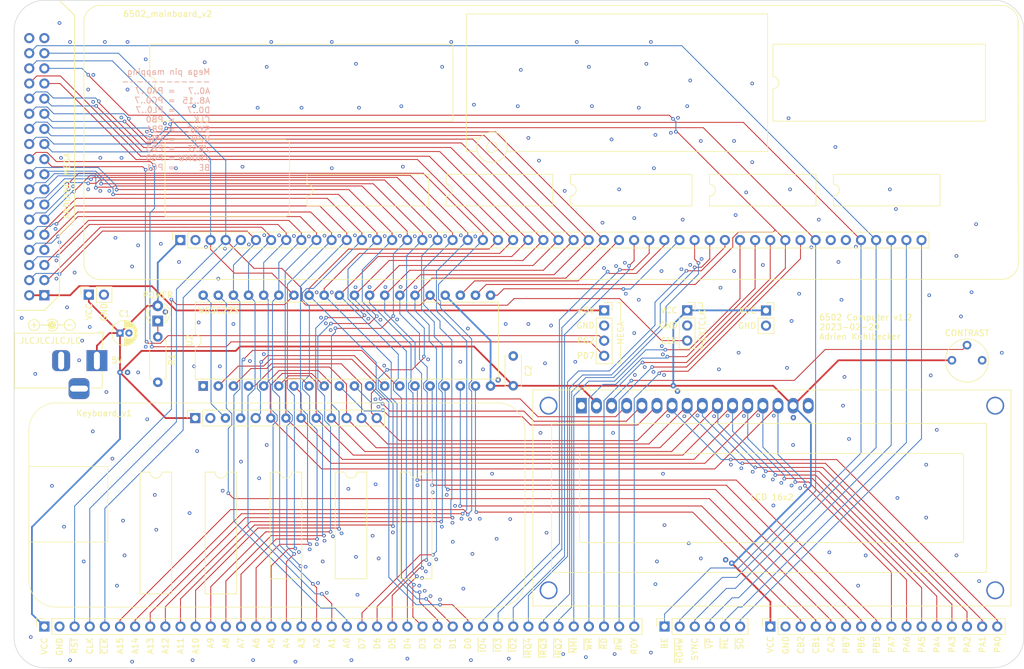
<source format=kicad_pcb>
(kicad_pcb (version 20211014) (generator pcbnew)
  (title_block (title "Project Title") (date "Date") (rev "REV") (comment 2 "<REPO-URL>") (comment 3 "Licensed under CERN-OHL-W v2") (comment 4 "Copyright © 2022 Adrien Kohlbecker"))
  (layers (0 "F.Cu" signal) (1 "In1.Cu" signal) (2 "In2.Cu" signal) (31 "B.Cu" signal) (34 "B.Paste" user) (35 "F.Paste" user) (36 "B.SilkS" user "B.Silkscreen") (37 "F.SilkS" user "F.Silkscreen") (38 "B.Mask" user) (39 "F.Mask" user) (44 "Edge.Cuts" user))
  (net 0 "")
  (net 1 "VCC")
  (net 2 "GND")
  (net 3 "Net-(DS1-Pad3)")
  (net 4 "/LCD_RS")
  (net 5 "/LCD_RW")
  (net 6 "/LCD_E")
  (net 7 "/PA0")
  (net 8 "/PA1")
  (net 9 "/PA2")
  (net 10 "/PA3")
  (net 11 "/PA4")
  (net 12 "/PA5")
  (net 13 "/PA6")
  (net 14 "/PA7")
  (net 15 "/VIA_CB2")
  (net 16 "/VIA_CA2")
  (net 17 "/VIA_CB1")
  (net 18 "/VIA_PB7")
  (net 19 "/VIA_PB6")
  (net 20 "/VIA_PB5")
  (net 21 "/~{RST}")
  (net 22 "/CLK")
  (net 23 "/+5V(MEGA)")
  (net 24 "/A0")
  (net 25 "/A1")
  (net 26 "/A2")
  (net 27 "/A3")
  (net 28 "/D0")
  (net 29 "/D1")
  (net 30 "/D2")
  (net 31 "/D3")
  (net 32 "/D4")
  (net 33 "/D5")
  (net 34 "/D6")
  (net 35 "/D7")
  (net 36 "/A4")
  (net 37 "/A5")
  (net 38 "/A6")
  (net 39 "/A7")
  (net 40 "/A15")
  (net 41 "/A14")
  (net 42 "/A13")
  (net 43 "/A12")
  (net 44 "/A11")
  (net 45 "/A10")
  (net 46 "/A9")
  (net 47 "/R~{W}")
  (net 48 "/A8")
  (net 49 "/MEGA_PD7")
  (net 52 "/MEGA_PG2")
  (net 53 "/BE")
  (net 54 "/~{ROMW}")
  (net 55 "/SYNC")
  (net 56 "/~{CLK}")
  (net 57 "/KB_E")
  (net 58 "/KB_VALID")
  (net 59 "/KB_IRQ")
  (net 61 "Net-(D1-Pad1)")
  (net 62 "/~{IO2}")
  (net 63 "/~{IO3}")
  (net 64 "/~{IO4}")
  (net 65 "/~{IRQ2}")
  (net 66 "/~{IRQ3}")
  (net 67 "/~{IRQ4}")
  (net 68 "/~{NMI}")
  (net 69 "/~{WR}")
  (net 70 "/~{RD}")
  (net 71 "/RDY")
  (net 72 "/~{VP}")
  (net 73 "/~{ML}")
  (net 74 "/~{SO}")
  (net 75 "/~{CS_VIA}")
  (net 76 "/~{IRQ_VIA}")
  (footprint "Connector_BarrelJack:BarrelJack_Horizontal" (layer "F.Cu") (at 79.9394 104.9605)
    (fp_text reference "J1" hide)
    (fp_text value "Barrel_Jack_Switch")
  )
  (footprint "Connector_PinSocket_2.54mm:PinSocket_1x03_P2.54mm_Vertical" (layer "F.Cu") (at 179.07 96.52)
    (fp_text reference "J5" hide)
    (fp_text value "Clock")
  )
  (footprint "Connector_PinSocket_2.54mm:PinSocket_1x40_P2.54mm_Vertical" (layer "F.Cu") (at 71.12 149.606 90)
    (fp_text reference "J6" hide)
    (fp_text value "Conn_01x40")
  )
  (footprint "Connector_PinSocket_2.54mm:PinSocket_1x04_P2.54mm_Vertical" (layer "F.Cu") (at 165.125 96.53)
    (fp_text reference "J4" hide)
    (fp_text value "Mega")
  )
  (footprint "Connector_PinSocket_2.54mm:PinSocket_1x06_P2.54mm_Vertical" (layer "F.Cu") (at 175.26 149.606 90)
    (fp_text reference "J7" hide)
    (fp_text value "Conn_01x06")
  )
  (footprint "Connector_PinSocket_2.54mm:PinSocket_1x02_P2.54mm_Vertical" (layer "F.Cu") (at 78.586 93.88 90)
    (fp_text reference "J8" hide)
    (fp_text value "Conn_01x02")
  )
  (footprint "AK's_Footprints:Keyboard v1" (layer "F.Cu") (at 111.76 129.9115)
    (fp_text reference "U3" hide)
    (fp_text value "Keyboard_v1")
  )
  (footprint "Connector_PinHeader_2.54mm:PinHeader_2x18_P2.54mm_Vertical" (layer "F.Cu") (at 71.12 93.98 180)
    (fp_text reference "J3" hide)
    (fp_text value "Mega" hide)
  )
  (footprint "Connector_PinSocket_2.54mm:PinSocket_1x02_P2.54mm_Vertical" (layer "F.Cu") (at 192.303 96.54)
    (fp_text reference "J9" hide)
    (fp_text value "Conn_01x02")
  )
  (footprint "AK's_Footprints:Mainboard v2" (layer "F.Cu") (at 161.544 67.842)
    (fp_text reference "U1" hide)
    (fp_text value "6502_mainboard_v2")
  )
  (footprint "Package_DIP:DIP-40_W15.24mm" (layer "F.Cu") (at 97.79 109.22 90)
    (fp_text reference "U2")
    (fp_text value "W65C22SxP")
  )
  (footprint "Capacitor_THT:C_Disc_D5.0mm_W2.5mm_P5.00mm" (layer "F.Cu") (at 149.86 109.18 90)
    (fp_text reference "C2")
    (fp_text value "100n")
  )
  (footprint "Connector_PinSocket_2.54mm:PinSocket_1x16_P2.54mm_Vertical" (layer "F.Cu") (at 193.04 149.606 90)
    (fp_text reference "J2" hide)
    (fp_text value "Conn_01x16")
  )
  (footprint "Display:WC1602A" (layer "F.Cu") (at 161.294 112.522)
    (fp_text reference "DS1" hide)
    (fp_text value "WC1602A")
  )
  (footprint "Potentiometer_THT:Potentiometer_Vishay_T7-YA_Single_Vertical" (layer "F.Cu") (at 228.6 104.902 90)
    (fp_text reference "RV1" hide)
    (fp_text value "10k")
  )
  (footprint "Symbol:Symbol_Barrel_Polarity" (layer "F.Cu") (at 72.39 99.06 180)
    (fp_text reference "REF**" hide)
    (fp_text value "Symbol_Barrel_Polarity")
  )
  (footprint "LED_THT:LED_D3.0mm" (layer "F.Cu") (at 90.158 98.298 90)
    (fp_text reference "D1" hide)
    (fp_text value "POWER")
  )
  (footprint "Resistor_THT:R_Axial_DIN0207_L6.3mm_D2.5mm_P7.62mm_Horizontal" (layer "F.Cu") (at 90.17 100.965 -90)
    (fp_text reference "R1")
    (fp_text value "1k")
  )
  (footprint "Capacitor_THT:CP_Radial_D4.0mm_P1.50mm" (layer "F.Cu") (at 83.82 100.33)
    (fp_text reference "C1")
    (fp_text value "10u")
  )
  (gr_line (start 76.2 46.99) (end 76.2 81.28) (layer "F.SilkS") (width 0.15))
  (gr_line (start 76.2 81.28) (end 73.66 83.82) (layer "F.SilkS") (width 0.15))
  (gr_line (start 167.894 102.362) (end 167.894 105.41) (layer "F.SilkS") (width 0.15))
  (gr_line (start 73.66 83.82) (end 73.66 93.98) (layer "F.SilkS") (width 0.15))
  (gr_line (start 73.8124 44.6278) (end 76.2 46.99) (layer "F.SilkS") (width 0.15))
  (gr_line (start 167.894 95.25) (end 167.259 95.25) (layer "F.SilkS") (width 0.15))
  (gr_line (start 181.61 95.25) (end 180.975 95.25) (layer "F.SilkS") (width 0.15))
  (gr_line (start 181.61 101.854) (end 181.61 102.87) (layer "F.SilkS") (width 0.15))
  (gr_line (start 167.894 105.41) (end 167.259 105.41) (layer "F.SilkS") (width 0.15))
  (gr_line (start 167.894 98.298) (end 167.894 95.25) (layer "F.SilkS") (width 0.15))
  (gr_line (start 71.12 96.52) (end 66.3448 96.52) (layer "F.SilkS") (width 0.15))
  (gr_line (start 181.61 96.266) (end 181.61 95.25) (layer "F.SilkS") (width 0.15))
  (gr_line (start 73.66 93.98) (end 71.12 96.52) (layer "F.SilkS") (width 0.15))
  (gr_line (start 181.61 102.87) (end 180.975 102.87) (layer "F.SilkS") (width 0.15))
  (gr_line (start 230.505 156.524) (end 71.12 156.524) (layer "Edge.Cuts") (width 0.1))
  (gr_line (start 66.04 151.444) (end 66.04 49.53) (layer "Edge.Cuts") (width 0.1))
  (gr_arc (start 230.505 44.45) (mid 234.129712 45.905288) (end 235.585 49.53) (layer "Edge.Cuts") (width 0.1))
  (gr_arc (start 71.12 156.524) (mid 67.527898 155.036102) (end 66.04 151.444) (layer "Edge.Cuts") (width 0.1))
  (gr_arc (start 66.04 49.53) (mid 67.527898 45.937898) (end 71.12 44.45) (layer "Edge.Cuts") (width 0.1))
  (gr_arc (start 235.585 151.444) (mid 234.097102 155.036102) (end 230.505 156.524) (layer "Edge.Cuts") (width 0.1))
  (gr_line (start 71.12 44.45) (end 230.505 44.45) (layer "Edge.Cuts") (width 0.1))
  (gr_line (start 235.585 49.53) (end 235.585 151.444) (layer "Edge.Cuts") (width 0.1))
  (gr_text "Mega pin mapping\n------------\nA0..7\nA8..15\nD0..7\nCLK\nSYNC\nR/W\n/RST\n/ROMW\nBE" (at 99.06 64.516) (layer "B.SilkS") (effects (font (size 1 1)) (justify left mirror)))
  (gr_text "\n= PA0..7\n= PC0..7\n= PL0..7\n= PB0\n= PB1\n= PB2\n= PB3\n= PG0\n= PG1" (at 93.218 65.278) (layer "B.SilkS") (effects (font (size 1 1)) (justify left mirror)))
  (gr_text "PD7" (at 163.601 104.15) (layer "F.SilkS") (effects (font (size 1 1)) (justify right)))
  (gr_text "+5V" (at 163.576 96.53) (layer "F.SilkS") (effects (font (size 1 1)) (justify right)))
  (gr_text "PA2" (at 226.099401 151.13 90) (layer "F.SilkS") (effects (font (size 1 1)) (justify right)))
  (gr_text "BE" (at 175.26 151.384 90) (layer "F.SilkS") (effects (font (size 1 1)) (justify right)))
  (gr_text "SYNC" (at 180.34 151.384 90) (layer "F.SilkS") (effects (font (size 1 1)) (justify right)))
  (gr_text "A7" (at 104.14 151.384 90) (layer "F.SilkS") (effects (font (size 1 1)) (justify right)))
  (gr_text "D1" (at 139.7 151.384 90) (layer "F.SilkS") (effects (font (size 1 1)) (justify right)))
  (gr_text "~{SO}" (at 187.96 151.384 90) (layer "F.SilkS") (effects (font (size 1 1)) (justify right)))
  (gr_text "CLK" (at 177.546 101.6) (layer "F.SilkS") (effects (font (size 1 1)) (justify right)))
  (gr_text "D2" (at 137.16 151.384 90) (layer "F.SilkS") (effects (font (size 1 1)) (justify right)))
  (gr_text "A0" (at 121.92 151.384 90) (layer "F.SilkS") (effects (font (size 1 1)) (justify right)))
  (gr_text "PB7" (at 205.779401 151.13 90) (layer "F.SilkS") (effects (font (size 1 1)) (justify right)))
  (gr_text "-" (at 75.39 99.06 180) (layer "F.SilkS") (effects (font (size 1 1))))
  (gr_text "W65C22S" (at 100.33 96.52) (layer "F.SilkS") (effects (font (size 1 1))))
  (gr_text "VCC" (at 190.754 96.57) (layer "F.SilkS") (effects (font (size 1 1)) (justify right)))
  (gr_text "A3" (at 114.3 151.384 90) (layer "F.SilkS") (effects (font (size 1 1)) (justify right)))
  (gr_text "PA7" (at 213.399401 151.13 90) (layer "F.SilkS") (effects (font (size 1 1)) (justify right)))
  (gr_text "EXTCLK" (at 181.61 99.06 90) (layer "F.SilkS") (effects (font (size 1 1))))
  (gr_text "RDY" (at 170.18 151.384 90) (layer "F.SilkS") (effects (font (size 1 1)) (justify right)))
  (gr_text "~{RST}" (at 76.2 151.384 90) (layer "F.SilkS") (effects (font (size 1 1)) (justify right)))
  (gr_text "VCC" (at 71.12 151.384 90) (layer "F.SilkS") (effects (font (size 1 1)) (justify right)))
  (gr_text "A6" (at 106.68 151.384 90) (layer "F.SilkS") (effects (font (size 1 1)) (justify right)))
  (gr_text "PA3" (at 223.559401 151.13 90) (layer "F.SilkS") (effects (font (size 1 1)) (justify right)))
  (gr_text "~{RD}" (at 165.1 151.384 90) (layer "F.SilkS") (effects (font (size 1 1)) (justify right)))
  (gr_text "GND" (at 81.156 95.21 90) (layer "F.SilkS") (effects (font (size 1 1)) (justify right)))
  (gr_text "~{CLK}" (at 81.28 151.384 90) (layer "F.SilkS") (effects (font (size 1 1)) (justify right)))
  (gr_text "VCC" (at 193.04 151.13 90) (layer "F.SilkS") (effects (font (size 1 1)) (justify right)))
  (gr_text "A1" (at 119.38 151.384 90) (layer "F.SilkS") (effects (font (size 1 1)) (justify right)))
  (gr_text "~{IO3}" (at 147.32 151.384 90) (layer "F.SilkS") (effects (font (size 1 1)) (justify right)))
  (gr_text "D5" (at 129.54 151.384 90) (layer "F.SilkS") (effects (font (size 1 1)) (justify right)))
  (gr_text "~{VP}" (at 182.88 151.384 90) (layer "F.SilkS") (effects (font (size 1 1)) (justify right)))
  (gr_text "A4" (at 111.76 151.384 90) (layer "F.SilkS") (effects (font (size 1 1)) (justify right)))
  (gr_text "VCC" (at 177.546 96.52) (layer "F.SilkS") (effects (font (size 1 1)) (justify right)))
  (gr_text "LCD 16x2" (at 193.294 127.8795) (layer "F.SilkS") (effects (font (size 1 1))))
  (gr_text "CB1" (at 200.699401 151.13 90) (layer "F.SilkS") (effects (font (size 1 1)) (justify right)))
  (gr_text "A11" (at 93.98 151.384 90) (layer "F.SilkS") (effects (font (size 1 1)) (justify right)))
  (gr_text "ARDUINO MEGA" (at 74.93 81.28 90) (layer "F.SilkS") (effects (font (size 1 1)) (justify left)))
  (gr_text "A15" (at 83.82 151.384 90) (layer "F.SilkS") (effects (font (size 1 1)) (justify right)))
  (gr_text "CA2" (at 203.239401 151.13 90) (layer "F.SilkS") (effects (font (size 1 1)) (justify right)))
  (gr_text "MEGA" (at 167.894 100.33 90) (layer "F.SilkS") (effects (font (size 1 1))))
  (gr_text "A12" (at 91.44 151.384 90) (layer "F.SilkS") (effects (font (size 1 1)) (justify right)))
  (gr_text "~{IRQ3}" (at 154.94 151.384 90) (layer "F.SilkS") (effects (font (size 1 1)) (justify right)))
  (gr_text "PA6" (at 215.939401 151.13 90) (layer "F.SilkS") (effects (font (size 1 1)) (justify right)))
  (gr_text "5V" (at 83.312 104.902) (layer "F.SilkS") (effects (font (size 1 1))))
  (gr_text "~{ML}" (at 185.42 151.384 90) (layer "F.SilkS") (effects (font (size 1 1)) (justify right)))
  (gr_text "GND" (at 177.546 99.06) (layer "F.SilkS") (effects (font (size 1 1)) (justify right)))
  (gr_text "PB5" (at 210.859401 151.13 90) (layer "F.SilkS") (effects (font (size 1 1)) (justify right)))
  (gr_text "CB2" (at 198.159401 151.13 90) (layer "F.SilkS") (effects (font (size 1 1)) (justify right)))
  (gr_text "D0" (at 142.24 151.384 90) (layer "F.SilkS") (effects (font (size 1 1)) (justify right)))
  (gr_text "D6" (at 127 151.384 90) (layer "F.SilkS") (effects (font (size 1 1)) (justify right)))
  (gr_text "6502 Computer v1.2\n2023-02-20\nAdrien Kohlbecker" (at 201.168 99.314) (layer "F.SilkS") (effects (font (size 1 1)) (justify left)))
  (gr_text "D3" (at 134.62 151.384 90) (layer "F.SilkS") (effects (font (size 1 1)) (justify right)))
  (gr_text "GND" (at 190.754 99.11) (layer "F.SilkS") (effects (font (size 1 1)) (justify right)))
  (gr_text "CONTRAST" (at 226.06 100.33) (layer "F.SilkS") (effects (font (size 1 1))))
  (gr_text "VCC" (at 78.616 95.21 90) (layer "F.SilkS") (effects (font (size 1 1)) (justify right)))
  (gr_text "~{WR}" (at 162.56 151.384 90) (layer "F.SilkS") (effects (font (size 1 1)) (justify right)))
  (gr_text "PA5" (at 218.479401 151.13 90) (layer "F.SilkS") (effects (font (size 1 1)) (justify right)))
  (gr_text "~{NMI}" (at 160.02 151.384 90) (layer "F.SilkS") (effects (font (size 1 1)) (justify right)))
  (gr_text "A8" (at 101.6 151.384 90) (layer "F.SilkS") (effects (font (size 1 1)) (justify right)))
  (gr_text "A9" (at 99.06 151.384 90) (layer "F.SilkS") (effects (font (size 1 1)) (justify right)))
  (gr_text "PA1" (at 228.639401 151.13 90) (layer "F.SilkS") (effects (font (size 1 1)) (justify right)))
  (gr_text "PG2" (at 163.601 101.61) (layer "F.SilkS") (effects (font (size 1 1)) (justify right)))
  (gr_text "A14" (at 86.36 151.384 90) (layer "F.SilkS") (effects (font (size 1 1)) (justify right)))
  (gr_text "A5" (at 109.22 151.384 90) (layer "F.SilkS") (effects (font (size 1 1)) (justify right)))
  (gr_text "~{IRQ4}" (at 152.4 151.384 90) (layer "F.SilkS") (effects (font (size 1 1)) (justify right)))
  (gr_text "D4" (at 132.08 151.384 90) (layer "F.SilkS") (effects (font (size 1 1)) (justify right)))
  (gr_text "PA4" (at 221.019401 151.13 90) (layer "F.SilkS") (effects (font (size 1 1)) (justify right)))
  (gr_text "JLCJLCJLCJLC" (at 72.136 101.6) (layer "F.SilkS") (effects (font (size 1 1))))
  (gr_text "GND" (at 195.619401 151.13 90) (layer "F.SilkS") (effects (font (size 1 1)) (justify right)))
  (gr_text "~{IRQ2}" (at 157.48 151.384 90) (layer "F.SilkS") (effects (font (size 1 1)) (justify right)))
  (gr_text "GND" (at 163.601 99.07) (layer "F.SilkS") (effects (font (size 1 1)) (justify right)))
  (gr_text "~{IO4}" (at 144.78 151.384 90) (layer "F.SilkS") (effects (font (size 1 1)) (justify right)))
  (gr_text "~{ROMW}" (at 177.8 151.384 90) (layer "F.SilkS") (effects (font (size 1 1)) (justify right)))
  (gr_text "A2" (at 116.84 151.384 90) (layer "F.SilkS") (effects (font (size 1 1)) (justify right)))
  (gr_text "~{IO2}" (at 149.86 151.384 90) (layer "F.SilkS") (effects (font (size 1 1)) (justify right)))
  (gr_text "A10" (at 96.52 151.384 90) (layer "F.SilkS") (effects (font (size 1 1)) (justify right)))
  (gr_text "PA0" (at 231.179401 151.13 90) (layer "F.SilkS") (effects (font (size 1 1)) (justify right)))
  (gr_text "A13" (at 88.9 151.384 90) (layer "F.SilkS") (effects (font (size 1 1)) (justify right)))
  (gr_text "CLK" (at 78.74 151.384 90) (layer "F.SilkS") (effects (font (size 1 1)) (justify right)))
  (gr_text "R~{W}" (at 167.64 151.384 90) (layer "F.SilkS") (effects (font (size 1 1)) (justify right)))
  (gr_text "+" (at 69.39 99.06 180) (layer "F.SilkS") (effects (font (size 1 1))))
  (gr_text "D7" (at 124.46 151.384 90) (layer "F.SilkS") (effects (font (size 1 1)) (justify right)))
  (gr_text "PB6" (at 208.319401 151.13 90) (layer "F.SilkS") (effects (font (size 1 1)) (justify right)))
  (gr_text "GND" (at 73.66 151.384 90) (layer "F.SilkS") (effects (font (size 1 1)) (justify right)))
  (segment (start 96.450892 114.602392) (end 91.488392 114.602392) (width 0.293624) (layer "F.Cu") (net 1))
  (segment (start 103.9876 102.5906) (end 103.251 103.3272) (width 0.293624) (layer "F.Cu") (net 1))
  (segment (start 193.512 109.18) (end 196.854 112.522) (width 0.293624) (layer "F.Cu") (net 1))
  (segment (start 160.568 109.18) (end 160.953624 109.18) (width 0.293624) (layer "F.Cu") (net 1))
  (segment (start 146.09 109.18) (end 146.05 109.22) (width 0.293624) (layer "F.Cu") (net 1))
  (segment (start 143.2706 102.5906) (end 103.9876 102.5906) (width 0.293624) (layer "F.Cu") (net 1))
  (segment (start 193.04 149.606) (end 193.04 145.465072) (width 0.293624) (layer "F.Cu") (net 1))
  (segment (start 79.9394 104.9605) (end 79.9394 102.458) (width 0.293624) (layer "F.Cu") (net 1))
  (segment (start 90.158 95.758) (end 88.392 95.758) (width 0.293624) (layer "F.Cu") (net 1))
  (segment (start 193.04 145.465072) (end 186.540688 138.96576) (width 0.293624) (layer "F.Cu") (net 1))
  (segment (start 149.86 109.18) (end 160.568 109.18) (width 0.293624) (layer "F.Cu") (net 1))
  (segment (start 160.953624 109.18) (end 163.834 112.060376) (width 0.293624) (layer "F.Cu") (net 1))
  (segment (start 149.86 109.18) (end 146.09 109.18) (width 0.293624) (layer "F.Cu") (net 1))
  (segment (start 204.474 104.902) (end 223.52 104.902) (width 0.293624) (layer "F.Cu") (net 1))
  (segment (start 78.586 95.096) (end 78.586 93.88) (width 0.293624) (layer "F.Cu") (net 1))
  (segment (start 83.82 100.33) (end 78.586 95.096) (width 0.293624) (layer "F.Cu") (net 1))
  (segment (start 196.854 112.522) (end 204.474 104.902) (width 0.293624) (layer "F.Cu") (net 1))
  (segment (start 160.568 109.18) (end 193.512 109.18) (width 0.293624) (layer "F.Cu") (net 1))
  (segment (start 83.82 106.934) (end 83.82 100.33) (width 0.293624) (layer "F.Cu") (net 1))
  (segment (start 82.0674 100.33) (end 83.82 100.33) (width 0.293624) (layer "F.Cu") (net 1))
  (segment (start 103.251 103.3272) (end 87.4268 103.3272) (width 0.293624) (layer "F.Cu") (net 1))
  (segment (start 91.488392 114.602392) (end 83.82 106.934) (width 0.293624) (layer "F.Cu") (net 1))
  (segment (start 163.834 112.060376) (end 163.834 112.522) (width 0.293624) (layer "F.Cu") (net 1))
  (segment (start 149.86 109.18) (end 143.2706 102.5906) (width 0.293624) (layer "F.Cu") (net 1))
  (segment (start 88.392 95.758) (end 83.82 100.33) (width 0.293624) (layer "F.Cu") (net 1))
  (segment (start 87.4268 103.3272) (end 83.82 106.934) (width 0.293624) (layer "F.Cu") (net 1))
  (segment (start 79.9394 102.458) (end 82.0674 100.33) (width 0.293624) (layer "F.Cu") (net 1))
  (via (at 186.540688 138.96576) (size 0.9) (drill 0.4) (layers "F.Cu" "B.Cu") (net 1))
  (via (at 83.82 106.934) (size 0.9) (drill 0.4) (layers "F.Cu" "B.Cu") (net 1))
  (via (at 176.737207 109.172145) (size 0.9) (drill 0.4) (layers "F.Cu" "B.Cu") (net 1))
  (segment (start 146.05 101.6) (end 138.43 93.98) (width 0.293624) (layer "B.Cu") (net 1))
  (segment (start 71.12 149.606) (end 69.031592 147.517592) (width 0.293624) (layer "B.Cu") (net 1))
  (segment (start 199.8472 125.984) (end 186.86544 138.96576) (width 0.293624) (layer "B.Cu") (net 1))
  (segment (start 192.283 96.52) (end 192.303 96.54) (width 0.293624) (layer "B.Cu") (net 1))
  (segment (start 146.05 109.22) (end 146.05 101.6) (width 0.293624) (layer "B.Cu") (net 1))
  (segment (start 69.031592 132.898408) (end 83.82 118.11) (width 0.293624) (layer "B.Cu") (net 1))
  (segment (start 179.07 96.52) (end 176.737207 98.852793) (width 0.293624) (layer "B.Cu") (net 1))
  (segment (start 90.158 88.507) (end 93.956 84.709) (width 0.293624) (layer "B.Cu") (net 1))
  (segment (start 196.854 112.522) (end 199.8472 115.5152) (width 0.293624) (layer "B.Cu") (net 1))
  (segment (start 199.8472 115.5152) (end 199.8472 125.984) (width 0.293624) (layer "B.Cu") (net 1))
  (segment (start 69.031592 147.517592) (end 69.031592 132.898408) (width 0.293624) (layer "B.Cu") (net 1))
  (segment (start 186.86544 138.96576) (end 186.540688 138.96576) (width 0.293624) (layer "B.Cu") (net 1))
  (segment (start 90.158 95.758) (end 90.158 88.507) (width 0.293624) (layer "B.Cu") (net 1))
  (segment (start 176.737207 98.852793) (end 176.737207 109.172145) (width 0.293624) (layer "B.Cu") (net 1))
  (segment (start 83.82 118.11) (end 83.82 106.934) (width 0.293624) (layer "B.Cu") (net 1))
  (segment (start 179.07 96.52) (end 192.283 96.52) (width 0.293624) (layer "B.Cu") (net 1))
  (via (at 68.834 151.384) (size 0.6) (drill 0.3) (layers "F.Cu" "B.Cu") (net 2))
  (via (at 174.752 89.916) (size 0.6) (drill 0.3) (layers "F.Cu" "B.Cu") (net 2))
  (via (at 158.496 76.454) (size 0.6) (drill 0.3) (layers "F.Cu" "B.Cu") (net 2))
  (via (at 178.308 81.28) (size 0.6) (drill 0.3) (layers "F.Cu" "B.Cu") (net 2))
  (via (at 85.09 106.934) (size 0.9) (drill 0.4) (layers "F.Cu" "B.Cu") (net 2))
  (via (at 195.834 106.172) (size 0.6) (drill 0.3) (layers "F.Cu" "B.Cu") (net 2))
  (via (at 175.1838 107.373894) (size 0.6) (drill 0.3) (layers "F.Cu" "B.Cu") (net 2))
  (via (at 80.518 76.454) (size 0.6) (drill 0.3) (layers "F.Cu" "B.Cu") (net 2))
  (via (at 147.066 134.874) (size 0.6) (drill 0.3) (layers "F.Cu" "B.Cu") (net 2))
  (via (at 137.922 55.626) (size 0.6) (drill 0.3) (layers "F.Cu" "B.Cu") (net 2))
  (via (at 179.578 57.912) (size 0.6) (drill 0.3) (layers "F.Cu" "B.Cu") (net 2))
  (via (at 96.266 105.918) (size 0.6) (drill 0.3) (layers "F.Cu" "B.Cu") (net 2))
  (via (at 224.282 137.668) (size 0.6) (drill 0.3) (layers "F.Cu" "B.Cu") (net 2))
  (via (at 133.7818 125.8824) (size 0.6) (drill 0.3) (layers "F.Cu" "B.Cu") (net 2))
  (via (at 129.6416 133.8072) (size 0.6) (drill 0.3) (layers "F.Cu" "B.Cu") (net 2))
  (via (at 78.486 59.436) (size 0.6) (drill 0.3) (layers "F.Cu" "B.Cu") (net 2))
  (via (at 207.772 142.748) (size 0.6) (drill 0.3) (layers "F.Cu" "B.Cu") (net 2))
  (via (at 140.97 105.156) (size 0.6) (drill 0.3) (layers "F.Cu" "B.Cu") (net 2))
  (via (at 83.058 84.328) (size 0.6) (drill 0.3) (layers "F.Cu" "B.Cu") (net 2))
  (via (at 190.0682 123.6218) (size 0.6) (drill 0.3) (layers "F.Cu" "B.Cu") (net 2))
  (via (at 100.33 91.186) (size 0.6) (drill 0.3) (layers "F.Cu" "B.Cu") (net 2))
  (via (at 137.5664 145.0848) (size 0.6) (drill 0.3) (layers "F.Cu" "B.Cu") (net 2))
  (via (at 125.5268 97.917) (size 0.6) (drill 0.3) (layers "F.Cu" "B.Cu") (net 2))
  (via (at 181.356 138.176) (size 0.6) (drill 0.3) (layers "F.Cu" "B.Cu") (net 2))
  (via (at 228.092 141.986) (size 0.6) (drill 0.3) (layers "F.Cu" "B.Cu") (net 2))
  (via (at 151.13 56.134) (size 0.6) (drill 0.3) (layers "F.Cu" "B.Cu") (net 2))
  (via (at 91.44 96.774) (size 0.9) (drill 0.4) (layers "F.Cu" "B.Cu") (net 2))
  (via (at 206.248 118.11) (size 0.6) (drill 0.3) (layers "F.Cu" "B.Cu") (net 2))
  (via (at 73.152 91.186) (size 0.6) (drill 0.3) (layers "F.Cu" "B.Cu") (net 2))
  (via (at 73.152 88.138) (size 0.6) (drill 0.3) (layers "F.Cu" "B.Cu") (net 2))
  (via (at 183.5912 114.3) (size 0.6) (drill 0.3) (layers "F.Cu" "B.Cu") (net 2))
  (via (at 196.088 64.262) (size 0.6) (drill 0.3) (layers "F.Cu" "B.Cu") (net 2))
  (via (at 172.974 51.443094) (size 0.6) (drill 0.3) (layers "F.Cu" "B.Cu") (net 2))
  (via (at 184.404 106.426) (size 0.6) (drill 0.3) (layers "F.Cu" "B.Cu") (net 2))
  (via (at 186.944 68.072) (size 0.6) (drill 0.3) (layers "F.Cu" "B.Cu") (net 2))
  (via (at 130.3528 98.044) (size 0.6) (drill 0.3) (layers "F.Cu" "B.Cu") (net 2))
  (via (at 196.596 98.298) (size 0.6) (drill 0.3) (layers "F.Cu" "B.Cu") (net 2))
  (via (at 197.866 93.726) (size 0.6) (drill 0.3) (layers "F.Cu" "B.Cu") (net 2))
  (via (at 85.09 51.443094) (size 0.6) (drill 0.3) (layers "F.Cu" "B.Cu") (net 2))
  (via (at 118.1608 135.2042) (size 0.6) (drill 0.3) (layers "F.Cu" "B.Cu") (net 2))
  (via (at 227.584 82.042) (size 0.6) (drill 0.3) (layers "F.Cu" "B.Cu") (net 2))
  (via (at 138.684 127.508) (size 0.6) (drill 0.3) (layers "F.Cu" "B.Cu") (net 2))
  (via (at 205.232 112.522) (size 0.6) (drill 0.3) (layers "F.Cu" "B.Cu") (net 2))
  (via (at 82.55 121.412) (size 0.6) (drill 0.3) (layers "F.Cu" "B.Cu") (net 2))
  (via (at 142.24 99.568) (size 0.6) (drill 0.3) (layers "F.Cu" "B.Cu") (net 2))
  (via (at 82.042 76.454) (size 0.6) (drill 0.3) (layers "F.Cu" "B.Cu") (net 2))
  (via (at 73.914 70.905581) (size 0.6) (drill 0.3) (layers "F.Cu" "B.Cu") (net 2))
  (via (at 101.0666 126.7968) (size 0.6) (drill 0.3) (layers "F.Cu" "B.Cu") (net 2))
  (via (at 186.944 89.916) (size 0.6) (drill 0.3) (layers "F.Cu" "B.Cu") (net 2))
  (via (at 202.946 137.16) (size 0.6) (drill 0.3) (layers "F.Cu" "B.Cu") (net 2))
  (via (at 139.446 51.443094) (size 0.6) (drill 0.3) (layers "F.Cu" "B.Cu") (net 2))
  (via (at 117.5766 97.7392) (size 0.6) (drill 0.3) (layers "F.Cu" "B.Cu") (net 2))
  (via (at 77.724 138.684) (size 0.6) (drill 0.3) (layers "F.Cu" "B.Cu") (net 2))
  (via (at 113.03 84.0232) (size 0.6) (drill 0.3) (layers "F.Cu" "B.Cu") (net 2))
  (via (at 135.1788 140.3604) (size 0.6) (drill 0.3) (layers "F.Cu" "B.Cu") (net 2))
  (via (at 135.763 139.1412) (size 0.6) (drill 0.3) (layers "F.Cu" "B.Cu") (net 2))
  (via (at 118.1608 83.9724) (size 0.6) (drill 0.3) (layers "F.Cu" "B.Cu") (net 2))
  (via (at 122.682 155.254) (size 0.6) (drill 0.3) (layers "F.Cu" "B.Cu") (net 2))
  (via (at 184.658 92.71) (size 0.6) (drill 0.3) (layers "F.Cu" "B.Cu") (net 2))
  (via (at 107.972514 103.865906) (size 0.6) (drill 0.3) (layers "F.Cu" "B.Cu") (net 2))
  (via (at 80.518 70.905581) (size 0.6) (drill 0.3) (layers "F.Cu" "B.Cu") (net 2))
  (via (at 164.846 81.788) (size 0.6) (drill 0.3) (layers "F.Cu" "B.Cu") (net 2))
  (via (at 79.3496 56.9722) (size 0.6) (drill 0.3) (layers "F.Cu" "B.Cu") (net 2))
  (via (at 108.458 55.626) (size 0.6) (drill 0.3) (layers "F.Cu" "B.Cu") (net 2))
  (via (at 105.4608 85.4456) (size 0.6) (drill 0.3) (layers "F.Cu" "B.Cu") (net 2))
  (via (at 175.8696 114.2238) (size 0.6) (drill 0.3) (layers "F.Cu" "B.Cu") (net 2))
  (via (at 136.339106 127.085912) (size 0.6) (drill 0.3) (layers "F.Cu" "B.Cu") (net 2))
  (via (at 152.4 67.564) (size 0.6) (drill 0.3) (layers "F.Cu" "B.Cu") (net 2))
  (via (at 113.8682 137.1092) (size 0.6) (drill 0.3) (layers "F.Cu" "B.Cu") (net 2))
  (via (at 189.992 71.628) (size 0.6) (drill 0.3) (layers "F.Cu" "B.Cu") (net 2))
  (via (at 131.064 62.23) (size 0.6) (drill 0.3) (layers "F.Cu" "B.Cu") (net 2))
  (via (at 224.282 87.376) (size 0.6) (drill 0.3) (layers "F.Cu" "B.Cu") (net 2))
  (via (at 166.37 67.818) (size 0.6) (drill 0.3) (layers "F.Cu" "B.Cu") (net 2))
  (via (at 144.22873 131.515351) (size 0.6) (drill 0.3) (layers "F.Cu" "B.Cu") (net 2))
  (via (at 231.902 103.632) (size 0.6) (drill 0.3) (layers "F.Cu" "B.Cu") (net 2))
  (via (at 190.9826 114.1476) (size 0.6) (drill 0.3) (layers "F.Cu" "B.Cu") (net 2))
  (via (at 175.26 132.588) (size 0.6) (drill 0.3) (layers "F.Cu" "B.Cu") (net 2))
  (via (at 106.934 62.484) (size 0.6) (drill 0.3) (layers "F.Cu" "B.Cu") (net 2))
  (via (at 156.21 99.06) (size 0.6) (drill 0.3) (layers "F.Cu" "B.Cu") (net 2))
  (via (at 198.0438 126.365) (size 0.6) (drill 0.3) (layers "F.Cu" "B.Cu") (net 2))
  (via (at 143.002 137.414) (size 0.6) (drill 0.3) (layers "F.Cu" "B.Cu") (net 2))
  (via (at 84.328 131.826) (size 0.6) (drill 0.3) (layers "F.Cu" "B.Cu") (net 2))
  (via (at 67.31 97.79) (size 0.6) (drill 0.3) (layers "F.Cu" "B.Cu") (net 2))
  (via (at 170.942 62.484) (size 0.6) (drill 0.3) (layers "F.Cu" "B.Cu") (net 2))
  (via (at 196.596 125.9332) (size 0.6) (drill 0.3) (layers "F.Cu" "B.Cu") (net 2))
  (via (at 115.5446 84.0994) (size 0.6) (drill 0.3) (layers "F.Cu" "B.Cu") (net 2))
  (via (at 72.99628 82.835141) (size 0.6) (drill 0.3) (layers "F.Cu" "B.Cu") (net 2))
  (via (at 83.312 142.748) (size 0.6) (drill 0.3) (layers "F.Cu" "B.Cu") (net 2))
  (via (at 214.122 79.502) (size 0.6) (drill 0.3) (layers "F.Cu" "B.Cu") (net 2))
  (via (at 207.391 85.8266) (size 0.6) (drill 0.3) (layers "F.Cu" "B.Cu") (net 2))
  (via (at 72.39 125.984) (size 0.6) (drill 0.3) (layers "F.Cu" "B.Cu") (net 2))
  (via (at 205.486 107.696) (size 0.6) (drill 0.3) (layers "F.Cu" "B.Cu") (net 2))
  (via (at 96.012 155.254) (size 0.6) (drill 0.3) (layers "F.Cu" "B.Cu") (net 2))
  (via (at 107.188 124.714) (size 0.6) (drill 0.3) (layers "F.Cu" "B.Cu") (net 2))
  (via (at 134.0866 142.748) (size 0.6) (drill 0.3) (layers "F.Cu" "B.Cu") (net 2))
  (via (at 130.8354 83.9978) (size 0.6) (drill 0.3) (layers "F.Cu" "B.Cu") (net 2))
  (via (at 163.068 62.23) (size 0.6) (drill 0.3) (layers "F.Cu" "B.Cu") (net 2))
  (via (at 122.174 126.492) (size 0.6) (drill 0.3) (layers "F.Cu" "B.Cu") (net 2))
  (via (at 86.868 106.934) (size 0.6) (drill 0.3) (layers "F.Cu" "B.Cu") (net 2))
  (via (at 119.2022 99.822) (size 0.6) (drill 0.3) (layers "F.Cu" "B.Cu") (net 2))
  (via (at 125.73 92.6084) (size 0.6) (drill 0.3) (layers "F.Cu" "B.Cu") (net 2))
  (via (at 84.074 70.905581) (size 0.6) (drill 0.3) (layers "F.Cu" "B.Cu") (net 2))
  (via (at 123.952 62.484) (size 0.6) (drill 0.3) (layers "F.Cu" "B.Cu") (net 2))
  (via (at 123.444 137.922) (size 0.6) (drill 0.3) (layers "F.Cu" "B.Cu") (net 2))
  (via (at 187.706 103.632) (size 0.6) (drill 0.3) (layers "F.Cu" "B.Cu") (net 2))
  (via (at 213.106 76.2) (size 0.6) (drill 0.3) (layers "F.Cu" "B.Cu") (net 2))
  (via (at 102.87 98.806) (size 0.6) (drill 0.3) (layers "F.Cu" "B.Cu") (net 2))
  (via (at 120.65 83.9978) (size 0.6) (drill 0.3) (layers "F.Cu" "B.Cu") (net 2))
  (via (at 133.3246 84.074) (size 0.6) (drill 0.3) (layers "F.Cu" "B.Cu") (net 2))
  (via (at 81.534 110.236) (size 0.6) (drill 0.3) (layers "F.Cu" "B.Cu") (net 2))
  (via (at 75.438 51.443094) (size 0.6) (drill 0.3) (layers "F.Cu" "B.Cu") (net 2))
  (via (at 104.394 72.39) (size 0.6) (drill 0.3) (layers "F.Cu" "B.Cu") (net 2))
  (via (at 171.9326 106.045) (size 0.6) (drill 0.3) (layers "F.Cu" "B.Cu") (net 2))
  (via (at 128.27 84.0486) (size 0.6) (drill 0.3) (layers "F.Cu" "B.Cu") (net 2))
  (via (at 177.4444 110.0836) (size 0.9) (drill 0.4) (layers "F.Cu" "B.Cu") (net 2))
  (via (at 189.992 58.42) (size 0.6) (drill 0.3) (layers "F.Cu" "B.Cu") (net 2))
  (via (at 193.4464 124.9172) (size 0.6) (drill 0.3) (layers "F.Cu" "B.Cu") (net 2))
  (via (at 95.504 130.556) (size 0.6) (drill 0.3) (layers "F.Cu" "B.Cu") (net 2))
  (via (at 139.7 135.382) (size 0.6) (drill 0.3) (layers "F.Cu" "B.Cu") (net 2))
  (via (at 134.5438 141.4526) (size 0.6) (drill 0.3) (layers "F.Cu" "B.Cu") (net 2))
  (via (at 150.622 62.23) (size 0.6) (drill 0.3) (layers "F.Cu" "B.Cu") (net 2))
  (via (at 139.6492 132.1816) (size 0.6) (drill 0.3) (layers "F.Cu" "B.Cu") (net 2))
  (via (at 196.9008 114.5286) (size 0.9) (drill 0.4) (layers "F.Cu" "B.Cu") (net 2))
  (via (at 135.5598 104.7496) (size 0.6) (drill 0.3) (layers "F.Cu" "B.Cu") (net 2))
  (via (at 191.77 88.9) (size 0.6) (drill 0.3) (layers "F.Cu" "B.Cu") (net 2))
  (via (at 155.448 133.858) (size 0.6) (drill 0.3) (layers "F.Cu" "B.Cu") (net 2))
  (via (at 191.9224 124.333) (size 0.6) (drill 0.3) (layers "F.Cu" "B.Cu") (net 2))
  (via (at 126.7206 111.4552) (size 0.6) (drill 0.3) (layers "F.Cu" "B.Cu") (net 2))
  (via (at 127.254 138.176) (size 0.6) (drill 0.3) (layers "F.Cu" "B.Cu") (net 2))
  (via (at 133.4516 92.6338) (size 0.6) (drill 0.3) (layers "F.Cu" "B.Cu") (net 2))
  (via (at 137.8712 132.842) (size 0.6) (drill 0.3) (layers "F.Cu" "B.Cu") (net 2))
  (via (at 88.138 102.626888) (size 0.6) (drill 0.3) (layers "F.Cu" "B.Cu") (net 2))
  (via (at 108.0516 83.8962) (size 0.6) (drill 0.3) (layers "F.Cu" "B.Cu") (net 2))
  (via (at 178.1048 89.6112) (size 0.6) (drill 0.3) (layers "F.Cu" "B.Cu") (net 2))
  (via (at 172.212 55.118) (size 0.6) (drill 0.3) (layers "F.Cu" "B.Cu") (net 2))
  (via (at 149.352 131.572) (size 0.6) (drill 0.3) (layers "F.Cu" "B.Cu") (net 2))
  (via (at 115.6716 136.652) (size 0.6) (drill 0.3) (layers "F.Cu" "B.Cu") (net 2))
  (via (at 143.4846 84.0994) (size 0.6) (drill 0.3) (layers "F.Cu" "B.Cu") (net 2))
  (via (at 69.596 107.188) (size 0.6) (drill 0.3) (layers "F.Cu" "B.Cu") (net 2))
  (via (at 104.14 121.92) (size 0.6) (drill 0.3) (layers "F.Cu" "B.Cu") (net 2))
  (via (at 158.242 154.238) (size 0.6) (drill 0.3) (layers "F.Cu" "B.Cu") (net 2))
  (via (at 204.47 88.392) (size 0.6) (drill 0.3) (layers "F.Cu" "B.Cu") (net 2))
  (via (at 168.7576 93.726) (size 0.6) (drill 0.3) (layers "F.Cu" "B.Cu") (net 2))
  (via (at 146.304 123.952) (size 0.6) (drill 0.3) (layers "F.Cu" "B.Cu") (net 2))
  (via (at 121.031 133.9596) (size 0.6) (drill 0.3) (layers "F.Cu" "B.Cu") (net 2))
  (via (at 170.18 100.33) (size 0.6) (drill 0.3) (layers "F.Cu" "B.Cu") (net 2))
  (via (at 89.662 127.508) (size 0.6) (drill 0.3) (layers "F.Cu" "B.Cu") (net 2))
  (via (at 173.4058 106.8578) (size 0.6) (drill 0.3) (layers "F.Cu" "B.Cu") (net 2))
  (via (at 75.946 75.692) (size 0.6) (drill 0.3) (layers "F.Cu" "B.Cu") (net 2))
  (via (at 166.624 117.094) (size 0.6) (drill 0.3) (layers "F.Cu" "B.Cu") (net 2))
  (via (at 114.3 62.484) (size 0.6) (drill 0.3) (layers "F.Cu" "B.Cu") (net 2))
  (via (at 220.98 116.586) (size 0.6) (drill 0.3) (layers "F.Cu" "B.Cu") (net 2))
  (via (at 131.318 72.39) (size 0.6) (drill 0.3) (layers "F.Cu" "B.Cu") (net 2))
  (via (at 219.202 122.428) (size 0.6) (drill 0.3) (layers "F.Cu" "B.Cu") (net 2))
  (via (at 141.0462 83.9216) (size 0.6) (drill 0.3) (layers "F.Cu" "B.Cu") (net 2))
  (via (at 176.3268 66.7004) (size 0.6) (drill 0.3) (layers "F.Cu" "B.Cu") (net 2))
  (via (at 101.4476 86.1568) (size 0.6) (drill 0.3) (layers "F.Cu" "B.Cu") (net 2))
  (via (at 123.444 55.118) (size 0.6) (drill 0.3) (layers "F.Cu" "B.Cu") (net 2))
  (via (at 147.32 108.204) (size 0.9) (drill 0.4) (layers "F.Cu" "B.Cu") (net 2))
  (via (at 126.238 134.366) (size 0.6) (drill 0.3) (layers "F.Cu" "B.Cu") (net 2))
  (via (at 154.178 71.374) (size 0.6) (drill 0.3) (layers "F.Cu" "B.Cu") (net 2))
  (via (at 168.6052 88.519) (size 0.6) (drill 0.3) (layers "F.Cu" "B.Cu") (net 2))
  (via (at 128.1938 105.791) (size 0.6) (drill 0.3) (layers "F.Cu" "B.Cu") (net 2))
  (via (at 84.582 137.668) (size 0.6) (drill 0.3) (layers "F.Cu" "B.Cu") (net 2))
  (via (at 93.726 88.392) (size 0.6) (drill 0.3) (layers "F.Cu" "B.Cu") (net 2))
  (via (at 181.356 68.072) (size 0.6) (drill 0.3) (layers "F.Cu" "B.Cu") (net 2))
  (via (at 154.432 117.094) (size 0.6) (drill 0.3) (layers "F.Cu" "B.Cu") (net 2))
  (via (at 142.748 155.254) (size 0.6) (drill 0.3) (layers "F.Cu" "B.Cu") (net 2))
  (via (at 90.678 85.344) (size 0.6) (drill 0.3) (layers "F.Cu" "B.Cu") (net 2))
  (via (at 138.4046 84.0486) (size 0.6) (drill 0.3) (layers "F.Cu" "B.Cu") (net 2))
  (via (at 106.172 155.254) (size 0.6) (drill 0.3) (layers "F.Cu" "B.Cu") (net 2))
  (via (at 125.7554 83.9978) (size 0.6) (drill 0.3) (layers "F.Cu" "B.Cu") (net 2))
  (via (at 118.5418 143.9418) (size 0.6) (drill 0.3) (layers "F.Cu" "B.Cu") (net 2))
  (via (at 81.28 51.443094) (size 0.6) (drill 0.3) (layers "F.Cu" "B.Cu") (net 2))
  (via (at 219.202 131.318) (size 0.6) (drill 0.3) (layers "F.Cu" "B.Cu") (net 2))
  (via (at 175.006 123.952) (size 0.6) (drill 0.3) (layers "F.Cu" "B.Cu") (net 2))
  (via (at 79.248 116.84) (size 0.6) (drill 0.3) (layers "F.Cu" "B.Cu") (net 2))
  (via (at 85.09 59.436) (size 0.6) (drill 0.3) (layers "F.Cu" "B.Cu") (net 2))
  (via (at 193.5988 114.1984) (size 0.6) (drill 0.3) (layers "F.Cu" "B.Cu") (net 2))
  (via (at 199.9234 85.9282) (size 0.6) (drill 0.3) (layers "F.Cu" "B.Cu") (net 2))
  (via (at 74.93 96.012) (size 0.6) (drill 0.3) (layers "F.Cu" "B.Cu") (net 2))
  (via (at 162.56 55.626) (size 0.6) (drill 0.3) (layers "F.Cu" "B.Cu") (net 2))
  (via (at 85.852 155.508) (size 0.6) (drill 0.3) (layers "F.Cu" "B.Cu") (net 2))
  (via (at 96.266 62.23) (size 0.6) (drill 0.3) (layers "F.Cu" "B.Cu") (net 2))
  (via (at 134.9756 143.6116) (size 0.6) (drill 0.3) (layers "F.Cu" "B.Cu") (net 2))
  (via (at 88.138 54.356) (size 0.6) (drill 0.3) (layers "F.Cu" "B.Cu") (net 2))
  (via (at 188.595 114.2492) (size 0.6) (drill 0.3) (layers "F.Cu" "B.Cu") (net 2))
  (via (at 130.937 92.583) (size 0.6) (drill 0.3) (layers "F.Cu" "B.Cu") (net 2))
  (via (at 73.66 48.26) (size 0.6) (drill 0.3) (layers "F.Cu" "B.Cu") (net 2))
  (via (at 135.89 84.0486) (size 0.6) (drill 0.3) (layers "F.Cu" "B.Cu") (net 2))
  (via (at 203.962 69.088) (size 0.6) (drill 0.3) (layers "F.Cu" "B.Cu") (net 2))
  (via (at 98.2472 85.8774) (size 0.6) (drill 0.3) (layers "F.Cu" "B.Cu") (net 2))
  (via (at 219.71 93.98) (size 0.6) (drill 0.3) (layers "F.Cu" "B.Cu") (net 2))
  (via (at 96.774 120.142) (size 0.6) (drill 0.3) (layers "F.Cu" "B.Cu") (net 2))
  (via (at 193.548 129.286) (size 0.6) (drill 0.3) (layers "F.Cu" "B.Cu") (net 2))
  (via (at 180.7972 114.173) (size 0.6) (drill 0.3) (layers "F.Cu" "B.Cu") (net 2))
  (via (at 119.38 72.644) (size 0.6) (drill 0.3) (layers "F.Cu" "B.Cu") (net 2))
  (via (at 100.584 105.918) (size 0.6) (drill 0.3) (layers "F.Cu" "B.Cu") (net 2))
  (via (at 196.342 76.2) (size 0.6) (drill 0.3) (layers "F.Cu" "B.Cu") (net 2))
  (via (at 201.168 81.28) (size 0.6) (drill 0.3) (layers "F.Cu" "B.Cu") (net 2))
  (via (at 170.18 81.026) (size 0.6) (drill 0.3) (layers "F.Cu" "B.Cu") (net 2))
  (via (at 174.8028 102.5144) (size 0.6) (drill 0.3) (layers "F.Cu" "B.Cu") (net 2))
  (via (at 117.0686 142.2908) (size 0.6) (drill 0.3) (layers "F.Cu" "B.Cu") (net 2))
  (via (at 179.07 62.23) (size 0.6) (drill 0.3) (layers "F.Cu" "B.Cu") (net 2))
  (via (at 187.198 80.518) (size 0.6) (drill 0.3) (layers "F.Cu" "B.Cu") (net 2))
  (via (at 78.486 76.2) (size 0.6) (drill 0.3) (layers "F.Cu" "B.Cu") (net 2))
  (via (at 77.47 101.6) (size 0.6) (drill 0.3) (layers "F.Cu" "B.Cu") (net 2))
  (via (at 155.194 105.41) (size 0.6) (drill 0.3) (layers "F.Cu" "B.Cu") (net 2))
  (via (at 170.2816 107.373894) (size 0.6) (drill 0.3) (layers "F.Cu" "B.Cu") (net 2))
  (via (at 119.5832 134.4676) (size 0.6) (drill 0.3) (layers "F.Cu" "B.Cu") (net 2))
  (via (at 148.59 98.806) (size 0.6) (drill 0.3) (layers "F.Cu" "B.Cu") (net 2))
  (via (at 119.38 93.4974) (size 0.6) (drill 0.3) (layers "F.Cu" "B.Cu") (net 2))
  (via (at 178.5874 114.3) (size 0.6) (drill 0.3) (layers "F.Cu" "B.Cu") (net 2))
  (via (at 113.284 155.508) (size 0.6) (drill 0.3) (layers "F.Cu" "B.Cu") (net 2))
  (via (at 140.081 129.3368) (size 0.6) (drill 0.3) (layers "F.Cu" "B.Cu") (net 2))
  (via (at 186.4106 122.428) (size 0.6) (drill 0.3) (layers "F.Cu" "B.Cu") (net 2))
  (via (at 74.422 132.842) (size 0.6) (drill 0.3) (layers "F.Cu" "B.Cu") (net 2))
  (via (at 75.438 155.254) (size 0.6) (drill 0.3) (layers "F.Cu" "B.Cu") (net 2))
  (via (at 141.1732 131.4958) (size 0.6) (drill 0.3) (layers "F.Cu" "B.Cu") (net 2))
  (via (at 152.4 98.806) (size 0.6) (drill 0.3) (layers "F.Cu" "B.Cu") (net 2))
  (via (at 88.392 114.808) (size 0.6) (drill 0.3) (layers "F.Cu" "B.Cu") (net 2))
  (via (at 84.047302 64.130144) (size 0.6) (drill 0.3) (layers "F.Cu" "B.Cu") (net 2))
  (via (at 173.736 142.494) (size 0.6) (drill 0.3) (layers "F.Cu" "B.Cu") (net 2))
  (via (at 73.66 85.09) (size 0.6) (drill 0.3) (layers "F.Cu" "B.Cu") (net 2))
  (via (at 116.84 93.4974) (size 0.6) (drill 0.3) (layers "F.Cu" "B.Cu") (net 2))
  (via (at 128.397 92.6084) (size 0.6) (drill 0.3) (layers "F.Cu" "B.Cu") (net 2))
  (via (at 219.964 107.442) (size 0.6) (drill 0.3) (layers "F.Cu" "B.Cu") (net 2))
  (via (at 88.984911 72.792136) (size 0.6) (drill 0.3) (layers "F.Cu" "B.Cu") (net 2))
  (via (at 114.9858 139.573) (size 0.6) (drill 0.3) (layers "F.Cu" "B.Cu") (net 2))
  (via (at 98.044 54.864) (size 0.6) (drill 0.3) (layers "F.Cu" "B.Cu") (net 2))
  (via (at 225.044 97.536) (size 0.6) (drill 0.3) (layers "F.Cu" "B.Cu") (net 2))
  (via (at 123.2662 83.9216) (size 0.6) (drill 0.3) (layers "F.Cu" "B.Cu") (net 2))
  (via (at 88.3412 66.514506) (size 0.6) (drill 0.3) (layers "F.Cu" "B.Cu") (net 2))
  (via (at 76.962 104.902) (size 0.6) (drill 0.3) (layers "F.Cu" "B.Cu") (net 2))
  (via (at 162.052 154.746) (size 0.6) (drill 0.3) (layers "F.Cu" "B.Cu") (net 2))
  (via (at 188.976 76.708) (size 0.6) (drill 0.3) (layers "F.Cu" "B.Cu") (net 2))
  (via (at 188.1632 123.0376) (size 0.6) (drill 0.3) (layers "F.Cu" "B.Cu") (net 2))
  (via (at 132.08 155) (size 0.6) (drill 0.3) (layers "F.Cu" "B.Cu") (net 2))
  (via (at 136.9314 138.3284) (size 0.6) (drill 0.3) (layers "F.Cu" "B.Cu") (net 2))
  (via (at 196.85 119.126) (size 0.6) (drill 0.3) (layers "F.Cu" "B.Cu") (net 2))
  (via (at 142.5956 131.572) (size 0.6) (drill 0.3) (layers "F.Cu" "B.Cu") (net 2))
  (via (at 127.2286 112.6998) (size 0.6) (drill 0.3) (layers "F.Cu" "B.Cu") (net 2))
  (via (at 173.736 67.056) (size 0.6) (drill 0.3) (layers "F.Cu" "B.Cu") (net 2))
  (via (at 118.386979 98.701979) (size 0.6) (drill 0.3) (layers "F.Cu" "B.Cu") (net 2))
  (via (at 85.852 89.154) (size 0.6) (drill 0.3) (layers "F.Cu" "B.Cu") (net 2))
  (via (at 165.1 89.408) (size 0.6) (drill 0.3) (layers "F.Cu" "B.Cu") (net 2))
  (via (at 170.942 94.742) (size 0.6) (drill 0.3) (layers "F.Cu" "B.Cu") (net 2))
  (via (at 144.78 106.426) (size 0.6) (drill 0.3) (layers "F.Cu" "B.Cu") (net 2))
  (via (at 173.99 138.684) (size 0.6) (drill 0.3) (layers "F.Cu" "B.Cu") (net 2))
  (via (at 226.822 93.472) (size 0.6) (drill 0.3) (layers "F.Cu" "B.Cu") (net 2))
  (via (at 110.5408 83.9216) (size 0.6) (drill 0.3) (layers "F.Cu" "B.Cu") (net 2))
  (via (at 185.5216 138.4046) (size 0.9) (drill 0.4) (layers "F.Cu" "B.Cu") (net 2))
  (via (at 173.482 72.644) (size 0.6) (drill 0.3) (layers "F.Cu" "B.Cu") (net 2))
  (via (at 214.376 128.016) (size 0.6) (drill 0.3) (layers "F.Cu" "B.Cu") (net 2))
  (via (at 105.6386 105.029) (size 0.6) (drill 0.3) (layers "F.Cu" "B.Cu") (net 2))
  (via (at 119.38 51.443094) (size 0.6) (drill 0.3) (layers "F.Cu" "B.Cu") (net 2))
  (via (at 166.878 154.238) (size 0.6) (drill 0.3) (layers "F.Cu" "B.Cu") (net 2))
  (via (at 97.028 98.552) (size 0.6) (drill 0.3) (layers "F.Cu" "B.Cu") (net 2))
  (via (at 123.3678 92.6338) (size 0.6) (drill 0.3) (layers "F.Cu" "B.Cu") (net 2))
  (via (at 93.218 72.644) (size 0.6) (drill 0.3) (layers "F.Cu" "B.Cu") (net 2))
  (via (at 116.8654 135.7884) (size 0.6) (drill 0.3) (layers "F.Cu" "B.Cu") (net 2))
  (via (at 135.9662 144.5006) (size 0.6) (drill 0.3) (layers "F.Cu" "B.Cu") (net 2))
  (via (at 174.9806 103.9114) (size 0.6) (drill 0.3) (layers "F.Cu" "B.Cu") (net 2))
  (via (at 160.528 51.443094) (size 0.6) (drill 0.3) (layers "F.Cu" "B.Cu") (net 2))
  (via (at 117.856 138.684) (size 0.6) (drill 0.3) (layers "F.Cu" "B.Cu") (net 2))
  (via (at 167.64 76.2) (size 0.6) (drill 0.3) (layers "F.Cu" "B.Cu") (net 2))
  (via (at 141.478 143.256) (size 0.6) (drill 0.3) (layers "F.Cu" "B.Cu") (net 2))
  (via (at 167.132 89.0778) (size 0.6) (drill 0.3) (layers "F.Cu" "B.Cu") (net 2))
  (via (at 194.8688 125.476) (size 0.6) (drill 0.3) (layers "F.Cu" "B.Cu") (net 2))
  (via (at 89.916 133.35) (size 0.6) (drill 0.3) (layers "F.Cu" "B.Cu") (net 2))
  (via (at 108.458 119.126) (size 0.6) (drill 0.3) (layers "F.Cu" "B.Cu") (net 2))
  (via (at 172.974 153.984) (size 0.6) (drill 0.3) (layers "F.Cu" "B.Cu") (net 2))
  (via (at 160.274 105.156) (size 0.6) (drill 0.3) (layers "F.Cu" "B.Cu") (net 2))
  (via (at 143.256 61.976) (size 0.6) (drill 0.3) (layers "F.Cu" "B.Cu") (net 2))
  (via (at 79.314545 61.500599) (size 0.6) (drill 0.3) (layers "F.Cu" "B.Cu") (net 2))
  (via (at 149.098 155) (size 0.6) (drill 0.3) (layers "F.Cu" "B.Cu") (net 2))
  (via (at 109.22 51.443094) (size 0.6) (drill 0.3) (layers "F.Cu" "B.Cu") (net 2))
  (via (at 177.522349 64.178824) (size 0.6) (drill 0.3) (layers "F.Cu" "B.Cu") (net 2))
  (via (at 126.746 125.73) (size 0.6) (drill 0.3) (layers "F.Cu" "B.Cu") (net 2))
  (via (at 91.3638 65.1256) (size 0.6) (drill 0.3) (layers "F.Cu" "B.Cu") (net 2))
  (via (at 185.8518 114.1984) (size 0.6) (drill 0.3) (layers "F.Cu" "B.Cu") (net 2))
  (via (at 127.5588 98.0948) (size 0.6) (drill 0.3) (layers "F.Cu" "B.Cu") (net 2))
  (via (at 209.042 137.668) (size 0.6) (drill 0.3) (layers "F.Cu" "B.Cu") (net 2))
  (via (at 181.483 87.884) (size 0.6) (drill 0.3) (layers "F.Cu" "B.Cu") (net 2))
  (via (at 179.324 135.636) (size 0.6) (drill 0.3) (layers "F.Cu" "B.Cu") (net 2))
  (via (at 78.74 99.314) (size 0.6) (drill 0.3) (layers "F.Cu" "B.Cu") (net 2))
  (via (at 179.578 88.8746) (size 0.6) (drill 0.3) (layers "F.Cu" "B.Cu") (net 2))
  (via (at 204.978 94.742) (size 0.6) (drill 0.3) (layers "F.Cu" "B.Cu") (net 2))
  (via (at 76.2 90.17) (size 0.6) (drill 0.3) (layers "F.Cu" "B.Cu") (net 2))
  (via (at 86.868 85.598) (size 0.6) (drill 0.3) (layers "F.Cu" "B.Cu") (net 2))
  (via (at 123.698 144.272) (size 0.6) (drill 0.3) (layers "F.Cu" "B.Cu") (net 2))
  (segment (start 169.7228 108.2802) (end 169.6974 108.3056) (width 0.146812) (layer "F.Cu") (net 3))
  (segment (start 202.251401 103.081999) (end 197.0532 108.2802) (width 0.146812) (layer "F.Cu") (net 3))
  (segment (start 226.06 102.362) (end 225.340001 103.081999) (width 0.146812) (layer "F.Cu") (net 3))
  (segment (start 197.0532 108.2802) (end 169.7228 108.2802) (width 0.146812) (layer "F.Cu") (net 3))
  (segment (start 225.340001 103.081999) (end 202.251401 103.081999) (width 0.146812) (layer "F.Cu") (net 3))
  (via (at 169.6974 108.3056) (size 0.6) (drill 0.3) (layers "F.Cu" "B.Cu") (net 3))
  (segment (start 169.6974 108.3056) (end 166.374 111.629) (width 0.146812) (layer "B.Cu") (net 3))
  (segment (start 166.374 111.629) (end 166.374 112.522) (width 0.146812) (layer "B.Cu") (net 3))
  (segment (start 154.0002 114.3762) (end 151.007933 111.383933) (width 0.146812) (layer "F.Cu") (net 4))
  (segment (start 151.007933 111.383933) (end 127.571122 111.383933) (width 0.146812) (layer "F.Cu") (net 4))
  (segment (start 168.914 112.522) (end 167.0598 114.3762) (width 0.146812) (layer "F.Cu") (net 4))
  (segment (start 167.0598 114.3762) (end 154.0002 114.3762) (width 0.146812) (layer "F.Cu") (net 4))
  (via (at 127.571122 111.383933) (size 0.6) (drill 0.3) (layers "F.Cu" "B.Cu") (net 4))
  (segment (start 127.571122 111.061122) (end 127.571122 111.383933) (width 0.146812) (layer "B.Cu") (net 4))
  (segment (start 125.73 109.22) (end 127.571122 111.061122) (width 0.146812) (layer "B.Cu") (net 4))
  (segment (start 129.158452 113.4364) (end 127.916168 112.194116) (width 0.146812) (layer "F.Cu") (net 5))
  (segment (start 168.8378 115.1382) (end 153.3398 115.1382) (width 0.146812) (layer "F.Cu") (net 5))
  (segment (start 153.3398 115.1382) (end 151.638 113.4364) (width 0.146812) (layer "F.Cu") (net 5))
  (segment (start 151.638 113.4364) (end 129.158452 113.4364) (width 0.146812) (layer "F.Cu") (net 5))
  (segment (start 171.454 112.522) (end 168.8378 115.1382) (width 0.146812) (layer "F.Cu") (net 5))
  (via (at 127.916168 112.194116) (size 0.6) (drill 0.3) (layers "F.Cu" "B.Cu") (net 5))
  (segment (start 126.052106 112.082106) (end 126.980273 112.082106) (width 0.146812) (layer "B.Cu") (net 5))
  (segment (start 126.980273 112.082106) (end 127.05154 112.010839) (width 0.146812) (layer "B.Cu") (net 5))
  (segment (start 127.732891 112.010839) (end 127.916168 112.194116) (width 0.146812) (layer "B.Cu") (net 5))
  (segment (start 123.19 109.22) (end 126.052106 112.082106) (width 0.146812) (layer "B.Cu") (net 5))
  (segment (start 127.05154 112.010839) (end 127.732891 112.010839) (width 0.146812) (layer "B.Cu") (net 5))
  (segment (start 170.7428 115.7732) (end 152.781 115.7732) (width 0.146812) (layer "F.Cu") (net 6))
  (segment (start 152.781 115.7732) (end 151.384785 114.376985) (width 0.146812) (layer "F.Cu") (net 6))
  (segment (start 129.075849 114.376985) (end 127.972684 113.27382) (width 0.146812) (layer "F.Cu") (net 6))
  (segment (start 173.994 112.522) (end 170.7428 115.7732) (width 0.146812) (layer "F.Cu") (net 6))
  (segment (start 151.384785 114.376985) (end 129.075849 114.376985) (width 0.146812) (layer "F.Cu") (net 6))
  (via (at 127.972684 113.27382) (size 0.6) (drill 0.3) (layers "F.Cu" "B.Cu") (net 6))
  (segment (start 124.832906 113.402906) (end 127.843598 113.402906) (width 0.146812) (layer "B.Cu") (net 6))
  (segment (start 127.843598 113.402906) (end 127.972684 113.27382) (width 0.146812) (layer "B.Cu") (net 6))
  (segment (start 120.65 109.22) (end 124.832906 113.402906) (width 0.146812) (layer "B.Cu") (net 6))
  (segment (start 126.806606 109.665945) (end 126.0348 110.437751) (width 0.146812) (layer "F.Cu") (net 7))
  (segment (start 122.756751 104.7242) (end 126.806606 108.774055) (width 0.146812) (layer "F.Cu") (net 7))
  (segment (start 126.0348 110.437751) (end 126.0348 113.7063) (width 0.146812) (layer "F.Cu") (net 7))
  (segment (start 130.7179 118.3894) (end 126.930892 114.602392) (width 0.146812) (layer "F.Cu") (net 7))
  (segment (start 126.0348 113.7063) (end 126.930892 114.602392) (width 0.146812) (layer "F.Cu") (net 7))
  (segment (start 204.184889 121.574889) (end 186.384748 121.574889) (width 0.146812) (layer "F.Cu") (net 7))
  (segment (start 107.93898 105.879674) (end 109.094454 104.7242) (width 0.146812) (layer "F.Cu") (net 7))
  (segment (start 109.094454 104.7242) (end 122.756751 104.7242) (width 0.146812) (layer "F.Cu") (net 7))
  (segment (start 100.33 109.22) (end 103.670326 105.879674) (width 0.146812) (layer "F.Cu") (net 7))
  (segment (start 103.670326 105.879674) (end 107.93898 105.879674) (width 0.146812) (layer "F.Cu") (net 7))
  (segment (start 231.14 148.53) (end 204.184889 121.574889) (width 0.146812) (layer "F.Cu") (net 7))
  (segment (start 170.6666 118.3894) (end 130.7179 118.3894) (width 0.146812) (layer "F.Cu") (net 7))
  (segment (start 126.806606 108.774055) (end 126.806606 109.665945) (width 0.146812) (layer "F.Cu") (net 7))
  (segment (start 231.14 149.606) (end 231.14 148.53) (width 0.146812) (layer "F.Cu") (net 7))
  (segment (start 176.534 112.522) (end 170.6666 118.3894) (width 0.146812) (layer "F.Cu") (net 7))
  (via (at 186.384748 121.574889) (size 0.6) (drill 0.3) (layers "F.Cu" "B.Cu") (net 7))
  (segment (start 176.534 112.522) (end 176.534 113.3134) (width 0.146812) (layer "B.Cu") (net 7))
  (segment (start 184.795489 121.574889) (end 186.384748 121.574889) (width 0.146812) (layer "B.Cu") (net 7))
  (segment (start 176.534 113.3134) (end 184.795489 121.574889) (width 0.146812) (layer "B.Cu") (net 7))
  (segment (start 105.810013 106.279987) (end 108.451613 106.279987) (width 0.146812) (layer "F.Cu") (net 8))
  (segment (start 124.390892 108.89834) (end 124.390892 114.602392) (width 0.146812) (layer "F.Cu") (net 8))
  (segment (start 102.87 109.22) (end 105.810013 106.279987) (width 0.146812) (layer "F.Cu") (net 8))
  (segment (start 202.271905 122.201905) (end 188.33664 122.201905) (width 0.146812) (layer "F.Cu") (net 8))
  (segment (start 228.6 149.606) (end 228.6 148.53) (width 0.146812) (layer "F.Cu") (net 8))
  (segment (start 120.978752 105.4862) (end 124.390892 108.89834) (width 0.146812) (layer "F.Cu") (net 8))
  (segment (start 228.6 148.53) (end 202.271905 122.201905) (width 0.146812) (layer "F.Cu") (net 8))
  (segment (start 109.2454 105.4862) (end 120.978752 105.4862) (width 0.146812) (layer "F.Cu") (net 8))
  (segment (start 124.390892 114.602392) (end 128.7367 118.9482) (width 0.146812) (layer "F.Cu") (net 8))
  (segment (start 128.7367 118.9482) (end 172.6478 118.9482) (width 0.146812) (layer "F.Cu") (net 8))
  (segment (start 108.451613 106.279987) (end 109.2454 105.4862) (width 0.146812) (layer "F.Cu") (net 8))
  (segment (start 172.6478 118.9482) (end 179.074 112.522) (width 0.146812) (layer "F.Cu") (net 8))
  (via (at 188.33664 122.201905) (size 0.6) (drill 0.3) (layers "F.Cu" "B.Cu") (net 8))
  (segment (start 179.074 112.522) (end 179.074 113.412579) (width 0.146812) (layer "B.Cu") (net 8))
  (segment (start 179.074 113.412579) (end 187.863326 122.201905) (width 0.146812) (layer "B.Cu") (net 8))
  (segment (start 187.863326 122.201905) (end 188.33664 122.201905) (width 0.146812) (layer "B.Cu") (net 8))
  (segment (start 181.614 112.522) (end 181.561621 112.522) (width 0.146812) (layer "F.Cu") (net 9))
  (segment (start 226.06 149.606) (end 226.06 147.1168) (width 0.146812) (layer "F.Cu") (net 9))
  (segment (start 105.41 109.22) (end 106.426 109.22) (width 0.146812) (layer "F.Cu") (net 9))
  (segment (start 118.997551 106.045) (end 121.850892 108.898341) (width 0.146812) (layer "F.Cu") (net 9))
  (segment (start 106.426 109.22) (end 109.601 106.045) (width 0.146812) (layer "F.Cu") (net 9))
  (segment (start 226.06 147.1168) (end 201.83845 122.89525) (width 0.146812) (layer "F.Cu") (net 9))
  (segment (start 174.500421 119.5832) (end 126.8317 119.5832) (width 0.146812) (layer "F.Cu") (net 9))
  (segment (start 201.83845 122.89525) (end 190.516075 122.89525) (width 0.146812) (layer "F.Cu") (net 9))
  (segment (start 121.850892 108.898341) (end 121.850892 114.602392) (width 0.146812) (layer "F.Cu") (net 9))
  (segment (start 181.561621 112.522) (end 174.500421 119.5832) (width 0.146812) (layer "F.Cu") (net 9))
  (segment (start 109.601 106.045) (end 118.997551 106.045) (width 0.146812) (layer "F.Cu") (net 9))
  (segment (start 126.8317 119.5832) (end 121.850892 114.602392) (width 0.146812) (layer "F.Cu") (net 9))
  (via (at 190.516075 122.89525) (size 0.6) (drill 0.3) (layers "F.Cu" "B.Cu") (net 9))
  (segment (start 181.614 112.522) (end 181.614 114.2532) (width 0.146812) (layer "B.Cu") (net 9))
  (segment (start 190.25605 122.89525) (end 190.516075 122.89525) (width 0.146812) (layer "B.Cu") (net 9))
  (segment (start 181.614 114.2532) (end 190.25605 122.89525) (width 0.146812) (layer "B.Cu") (net 9))
  (segment (start 176.4578 120.2182) (end 184.154 112.522) (width 0.146812) (layer "F.Cu") (net 10))
  (segment (start 110.5408 106.6292) (end 107.95 109.22) (width 0.146812) (layer "F.Cu") (net 10))
  (segment (start 223.52 145.8722) (end 201.197664 123.549864) (width 0.146812) (layer "F.Cu") (net 10))
  (segment (start 119.310892 108.820692) (end 117.1194 106.6292) (width 0.146812) (layer "F.Cu") (net 10))
  (segment (start 124.9267 120.2182) (end 176.4578 120.2182) (width 0.146812) (layer "F.Cu") (net 10))
  (segment (start 201.197664 123.549864) (end 192.261759 123.549864) (width 0.146812) (layer "F.Cu") (net 10))
  (segment (start 117.1194 106.6292) (end 110.5408 106.6292) (width 0.146812) (layer "F.Cu") (net 10))
  (segment (start 119.310892 114.602392) (end 119.310892 108.820692) (width 0.146812) (layer "F.Cu") (net 10))
  (segment (start 119.310892 114.602392) (end 124.9267 120.2182) (width 0.146812) (layer "F.Cu") (net 10))
  (segment (start 223.52 149.606) (end 223.52 145.8722) (width 0.146812) (layer "F.Cu") (net 10))
  (via (at 192.261759 123.549864) (size 0.6) (drill 0.3) (layers "F.Cu" "B.Cu") (net 10))
  (segment (start 184.218106 112.586106) (end 184.218106 115.506211) (width 0.146812) (layer "B.Cu") (net 10))
  (segment (start 184.154 112.522) (end 184.218106 112.586106) (width 0.146812) (layer "B.Cu") (net 10))
  (segment (start 184.218106 115.506211) (end 192.261759 123.549864) (width 0.146812) (layer "B.Cu") (net 10))
  (segment (start 122.9963 120.8278) (end 178.335821 120.8278) (width 0.146812) (layer "F.Cu") (net 11))
  (segment (start 186.641621 112.522) (end 186.694 112.522) (width 0.146812) (layer "F.Cu") (net 11))
  (segment (start 116.770892 108.592092) (end 116.770892 114.602392) (width 0.146812) (layer "F.Cu") (net 11))
  (segment (start 116.770892 114.602392) (end 122.9963 120.8278) (width 0.146812) (layer "F.Cu") (net 11))
  (segment (start 115.6716 107.4928) (end 116.770892 108.592092) (width 0.146812) (layer "F.Cu") (net 11))
  (segment (start 110.49 109.157514) (end 112.154714 107.4928) (width 0.146812) (layer "F.Cu") (net 11))
  (segment (start 220.98 149.606) (end 220.98 144.526) (width 0.146812) (layer "F.Cu") (net 11))
  (segment (start 110.49 109.22) (end 110.49 109.157514) (width 0.146812) (layer "F.Cu") (net 11))
  (segment (start 112.154714 107.4928) (end 115.6716 107.4928) (width 0.146812) (layer "F.Cu") (net 11))
  (segment (start 220.98 144.526) (end 200.630439 124.176439) (width 0.146812) (layer "F.Cu") (net 11))
  (segment (start 200.630439 124.176439) (end 193.870358 124.176439) (width 0.146812) (layer "F.Cu") (net 11))
  (segment (start 178.335821 120.8278) (end 186.641621 112.522) (width 0.146812) (layer "F.Cu") (net 11))
  (via (at 193.870358 124.176439) (size 0.6) (drill 0.3) (layers "F.Cu" "B.Cu") (net 11))
  (segment (start 186.694 116.8186) (end 193.870358 123.994958) (width 0.146812) (layer "B.Cu") (net 11))
  (segment (start 186.694 112.522) (end 186.694 116.8186) (width 0.146812) (layer "B.Cu") (net 11))
  (segment (start 193.870358 123.994958) (end 193.870358 124.176439) (width 0.146812) (layer "B.Cu") (net 11))
  (segment (start 114.230892 114.602392) (end 114.230892 110.420892) (width 0.146812) (layer "F.Cu") (net 12))
  (segment (start 218.44 149.606) (end 218.44 143.1036) (width 0.146812) (layer "F.Cu") (net 12))
  (segment (start 180.217 121.539) (end 189.234 112.522) (width 0.146812) (layer "F.Cu") (net 12))
  (segment (start 121.1675 121.539) (end 180.217 121.539) (width 0.146812) (layer "F.Cu") (net 12))
  (segment (start 114.230892 110.420892) (end 113.03 109.22) (width 0.146812) (layer "F.Cu") (net 12))
  (segment (start 195.419488 124.7394) (end 195.37216 124.786728) (width 0.146812) (layer "F.Cu") (net 12))
  (segment (start 114.230892 114.602392) (end 121.1675 121.539) (width 0.146812) (layer "F.Cu") (net 12))
  (segment (start 200.0758 124.7394) (end 195.419488 124.7394) (width 0.146812) (layer "F.Cu") (net 12))
  (segment (start 218.44 143.1036) (end 200.0758 124.7394) (width 0.146812) (layer "F.Cu") (net 12))
  (via (at 195.37216 124.786728) (size 0.6) (drill 0.3) (layers "F.Cu" "B.Cu") (net 12))
  (segment (start 195.37216 124.17596) (end 195.37216 124.786728) (width 0.146812) (layer "B.Cu") (net 12))
  (segment (start 189.234 118.0378) (end 195.37216 124.17596) (width 0.146812) (layer "B.Cu") (net 12))
  (segment (start 189.234 112.522) (end 189.234 118.0378) (width 0.146812) (layer "B.Cu") (net 12))
  (segment (start 191.721621 112.522) (end 191.774 112.522) (width 0.146812) (layer "F.Cu") (net 13))
  (segment (start 111.690892 108.450908) (end 112.141 108.0008) (width 0.146812) (layer "F.Cu") (net 13))
  (segment (start 215.9 141.7574) (end 199.485539 125.342939) (width 0.146812) (layer "F.Cu") (net 13))
  (segment (start 119.2879 122.1994) (end 182.044221 122.1994) (width 0.146812) (layer "F.Cu") (net 13))
  (segment (start 114.3508 108.0008) (end 115.57 109.22) (width 0.146812) (layer "F.Cu") (net 13))
  (segment (start 199.485539 125.342939) (end 197.212488 125.342939) (width 0.146812) (layer "F.Cu") (net 13))
  (segment (start 111.690892 114.602392) (end 111.690892 108.450908) (width 0.146812) (layer "F.Cu") (net 13))
  (segment (start 215.9 149.606) (end 215.9 141.7574) (width 0.146812) (layer "F.Cu") (net 13))
  (segment (start 112.141 108.0008) (end 114.3508 108.0008) (width 0.146812) (layer "F.Cu") (net 13))
  (segment (start 111.690892 114.602392) (end 119.2879 122.1994) (width 0.146812) (layer "F.Cu") (net 13))
  (segment (start 182.044221 122.1994) (end 191.721621 112.522) (width 0.146812) (layer "F.Cu") (net 13))
  (via (at 197.212488 125.342939) (size 0.6) (drill 0.3) (layers "F.Cu" "B.Cu") (net 13))
  (segment (start 197.212488 124.924088) (end 197.212488 125.342939) (width 0.146812) (layer "B.Cu") (net 13))
  (segment (start 191.774 112.522) (end 191.774 119.4856) (width 0.146812) (layer "B.Cu") (net 13))
  (segment (start 191.774 119.4856) (end 197.212488 124.924088) (width 0.146812) (layer "B.Cu") (net 13))
  (segment (start 109.150892 109.035108) (end 111.0742 107.1118) (width 0.146812) (layer "F.Cu") (net 14))
  (segment (start 116.0018 107.1118) (end 118.11 109.22) (width 0.146812) (layer "F.Cu") (net 14))
  (segment (start 213.36 149.606) (end 213.36 140.4874) (width 0.146812) (layer "F.Cu") (net 14))
  (segment (start 117.6877 123.1392) (end 183.6968 123.1392) (width 0.146812) (layer "F.Cu") (net 14))
  (segment (start 213.36 140.4874) (end 198.8312 125.9586) (width 0.146812) (layer "F.Cu") (net 14))
  (segment (start 111.0742 107.1118) (end 116.0018 107.1118) (width 0.146812) (layer "F.Cu") (net 14))
  (segment (start 183.6968 123.1392) (end 194.314 112.522) (width 0.146812) (layer "F.Cu") (net 14))
  (segment (start 109.150892 114.602392) (end 109.150892 109.035108) (width 0.146812) (layer "F.Cu") (net 14))
  (segment (start 109.150892 114.602392) (end 117.6877 123.1392) (width 0.146812) (layer "F.Cu") (net 14))
  (via (at 198.8312 125.9586) (size 0.6) (drill 0.3) (layers "F.Cu" "B.Cu") (net 14))
  (segment (start 198.8312 125.2474) (end 198.8312 125.9586) (width 0.146812) (layer "B.Cu") (net 14))
  (segment (start 194.314 120.7302) (end 198.8312 125.2474) (width 0.146812) (layer "B.Cu") (net 14))
  (segment (start 194.314 112.522) (end 194.314 120.7302) (width 0.146812) (layer "B.Cu") (net 14))
  (segment (start 179.989059 130.399059) (end 143.670907 130.399059) (width 0.146812) (layer "F.Cu") (net 15))
  (segment (start 198.12 148.53) (end 179.989059 130.399059) (width 0.146812) (layer "F.Cu") (net 15))
  (segment (start 198.12 149.606) (end 198.12 148.53) (width 0.146812) (layer "F.Cu") (net 15))
  (via (at 143.670907 130.399059) (size 0.6) (drill 0.3) (layers "F.Cu" "B.Cu") (net 15))
  (segment (start 143.51 109.22) (end 143.51 130.238152) (width 0.146812) (layer "B.Cu") (net 15))
  (segment (start 143.51 130.238152) (end 143.670907 130.399059) (width 0.146812) (layer "B.Cu") (net 15))
  (segment (start 203.2 149.606) (end 203.2 148.53) (width 0.146812) (layer "F.Cu") (net 16))
  (segment (start 182.804906 128.134906) (end 102.912706 128.134906) (width 0.146812) (layer "F.Cu") (net 16))
  (segment (start 102.912706 128.134906) (end 102.0064 127.2286) (width 0.146812) (layer "F.Cu") (net 16))
  (segment (start 203.2 148.53) (end 182.804906 128.134906) (width 0.146812) (layer "F.Cu") (net 16))
  (via (at 102.0064 127.2286) (size 0.6) (drill 0.3) (layers "F.Cu" "B.Cu") (net 16))
  (segment (start 102.0064 127.2286) (end 102.0064 116.3574) (width 0.146812) (layer "B.Cu") (net 16))
  (segment (start 102.596687 115.767113) (end 102.596687 113.874287) (width 0.146812) (layer "B.Cu") (net 16))
  (segment (start 102.596687 113.874287) (end 101.6762 112.9538) (width 0.146812) (layer "B.Cu") (net 16))
  (segment (start 102.0064 116.3574) (end 102.596687 115.767113) (width 0.146812) (layer "B.Cu") (net 16))
  (segment (start 101.6762 95.3262) (end 100.33 93.98) (width 0.146812) (layer "B.Cu") (net 16))
  (segment (start 101.6762 112.9538) (end 101.6762 95.3262) (width 0.146812) (layer "B.Cu") (net 16))
  (segment (start 200.66 148.53) (end 181.492652 129.362652) (width 0.146812) (layer "F.Cu") (net 17))
  (segment (start 200.66 149.606) (end 200.66 148.53) (width 0.146812) (layer "F.Cu") (net 17))
  (segment (start 181.492652 129.362652) (end 140.934111 129.362652) (width 0.146812) (layer "F.Cu") (net 17))
  (via (at 140.934111 129.362652) (size 0.6) (drill 0.3) (layers "F.Cu" "B.Cu") (net 17))
  (segment (start 140.97 129.326763) (end 140.934111 129.362652) (width 0.146812) (layer "B.Cu") (net 17))
  (segment (start 140.97 109.22) (end 140.97 129.326763) (width 0.146812) (layer "B.Cu") (net 17))
  (segment (start 205.74 148.53) (end 183.807825 126.597825) (width 0.146812) (layer "F.Cu") (net 18))
  (segment (start 205.74 149.606) (end 205.74 148.53) (width 0.146812) (layer "F.Cu") (net 18))
  (segment (start 183.807825 126.597825) (end 138.865528 126.597825) (width 0.146812) (layer "F.Cu") (net 18))
  (via (at 138.865528 126.597825) (size 0.6) (drill 0.3) (layers "F.Cu" "B.Cu") (net 18))
  (segment (start 138.43 109.22) (end 138.43 126.162297) (width 0.146812) (layer "B.Cu") (net 18))
  (segment (start 138.43 126.162297) (end 138.865528 126.597825) (width 0.146812) (layer "B.Cu") (net 18))
  (segment (start 185.6324 125.8824) (end 136.2456 125.8824) (width 0.146812) (layer "F.Cu") (net 19))
  (segment (start 208.28 148.53) (end 185.6324 125.8824) (width 0.146812) (layer "F.Cu") (net 19))
  (segment (start 208.28 149.606) (end 208.28 148.53) (width 0.146812) (layer "F.Cu") (net 19))
  (via (at 136.2456 125.8824) (size 0.6) (drill 0.3) (layers "F.Cu" "B.Cu") (net 19))
  (segment (start 136.2456 125.8824) (end 136.2456 109.5756) (width 0.146812) (layer "B.Cu") (net 19))
  (segment (start 136.2456 109.5756) (end 135.89 109.22) (width 0.146812) (layer "B.Cu") (net 19))
  (segment (start 187.3088 125.0188) (end 133.7564 125.0188) (width 0.146812) (layer "F.Cu") (net 20))
  (segment (start 210.82 148.53) (end 187.3088 125.0188) (width 0.146812) (layer "F.Cu") (net 20))
  (segment (start 210.82 149.606) (end 210.82 148.53) (width 0.146812) (layer "F.Cu") (net 20))
  (via (at 133.7564 125.0188) (size 0.6) (drill 0.3) (layers "F.Cu" "B.Cu") (net 20))
  (segment (start 133.7564 125.0188) (end 133.7564 109.6264) (width 0.146812) (layer "B.Cu") (net 20))
  (segment (start 133.7564 109.6264) (end 133.35 109.22) (width 0.146812) (layer "B.Cu") (net 20))
  (segment (start 99.036 86.2852) (end 99.036 84.709) (width 0.146812) (layer "F.Cu") (net 21))
  (segment (start 111.4552 95.5548) (end 93.3196 95.5548) (width 0.146812) (layer "F.Cu") (net 21))
  (segment (start 113.03 93.98) (end 109.3216 90.2716) (width 0.146812) (layer "F.Cu") (net 21))
  (segment (start 93.3196 95.5548) (end 92.456 94.6912) (width 0.146812) (layer "F.Cu") (net 21))
  (segment (start 113.03 93.98) (end 111.4552 95.5548) (width 0.146812) (layer "F.Cu") (net 21))
  (segment (start 109.3216 90.2716) (end 103.0224 90.2716) (width 0.146812) (layer "F.Cu") (net 21))
  (segment (start 103.0224 90.2716) (end 99.036 86.2852) (width 0.146812) (layer "F.Cu") (net 21))
  (via (at 92.456 94.6912) (size 0.6) (drill 0.3) (layers "F.Cu" "B.Cu") (net 21))
  (segment (start 99.036 84.709) (end 99.036 71.127557) (width 0.146812) (layer "B.Cu") (net 21))
  (segment (start 99.036 71.127557) (end 82.518443 54.61) (width 0.146812) (layer "B.Cu") (net 21))
  (segment (start 69.85 54.61) (end 68.58 55.88) (width 0.146812) (layer "B.Cu") (net 21))
  (segment (start 76.2 149.606) (end 76.2 129.3876) (width 0.146812) (layer "B.Cu") (net 21))
  (segment (start 92.456 113.1316) (end 92.456 94.6912) (width 0.146812) (layer "B.Cu") (net 21))
  (segment (start 76.2 129.3876) (end 92.456 113.1316) (width 0.146812) (layer "B.Cu") (net 21))
  (segment (start 82.518443 54.61) (end 69.85 54.61) (width 0.146812) (layer "B.Cu") (net 21))
  (segment (start 110.9726 89.4588) (end 106.3258 89.4588) (width 0.146812) (layer "F.Cu") (net 22))
  (segment (start 174.7774 101.6) (end 167.7162 94.5388) (width 0.146812) (layer "F.Cu") (net 22))
  (segment (start 179.07 101.6) (end 174.7774 101.6) (width 0.146812) (layer "F.Cu") (net 22))
  (segment (start 114.3 94.8944) (end 114.3 92.7862) (width 0.146812) (layer "F.Cu") (net 22))
  (segment (start 137.5664 95.6564) (end 135.89 93.98) (width 0.146812) (layer "F.Cu") (net 22))
  (segment (start 114.3 92.7862) (end 110.9726 89.4588) (width 0.146812) (layer "F.Cu") (net 22))
  (segment (start 167.7162 94.5388) (end 149.987 94.5388) (width 0.146812) (layer "F.Cu") (net 22))
  (segment (start 135.89 93.98) (end 134.2136 95.6564) (width 0.146812) (layer "F.Cu") (net 22))
  (segment (start 106.3258 89.4588) (end 101.576 84.709) (width 0.146812) (layer "F.Cu") (net 22))
  (segment (start 115.062 95.6564) (end 114.3 94.8944) (width 0.146812) (layer "F.Cu") (net 22))
  (segment (start 148.8694 95.6564) (end 137.5664 95.6564) (width 0.146812) (layer "F.Cu") (net 22))
  (segment (start 149.987 94.5388) (end 148.8694 95.6564) (width 0.146812) (layer "F.Cu") (net 22))
  (segment (start 134.2136 95.6564) (end 115.062 95.6564) (width 0.146812) (layer "F.Cu") (net 22))
  (segment (start 83.566 53.34) (end 71.12 53.34) (width 0.146812) (layer "B.Cu") (net 22))
  (segment (start 93.2942 92.9908) (end 101.576 84.709) (width 0.146812) (layer "B.Cu") (net 22))
  (segment (start 101.576 84.709) (end 101.576 71.35) (width 0.146812) (layer "B.Cu") (net 22))
  (segment (start 78.74 129.794) (end 93.2942 115.2398) (width 0.146812) (layer "B.Cu") (net 22))
  (segment (start 78.74 149.606) (end 78.74 129.794) (width 0.146812) (layer "B.Cu") (net 22))
  (segment (start 93.2942 115.2398) (end 93.2942 92.9908) (width 0.146812) (layer "B.Cu") (net 22))
  (segment (start 101.576 71.35) (end 83.566 53.34) (width 0.146812) (layer "B.Cu") (net 22))
  (segment (start 76.962 92.456) (end 89.1794 92.456) (width 0.293624) (layer "F.Cu") (net 23))
  (segment (start 75.438 93.98) (end 76.962 92.456) (width 0.293624) (layer "F.Cu") (net 23))
  (segment (start 68.58 93.98) (end 75.438 93.98) (width 0.293624) (layer "F.Cu") (net 23))
  (segment (start 89.1794 92.456) (end 93.2534 96.53) (width 0.293624) (layer "F.Cu") (net 23))
  (segment (start 93.2534 96.53) (end 165.125 96.53) (width 0.293624) (layer "F.Cu") (net 23))
  (segment (start 105.1574 83.2104) (end 80.8736 83.2104) (width 0.146812) (layer "F.Cu") (net 24))
  (segment (start 106.656 84.709) (end 105.1574 83.2104) (width 0.146812) (layer "F.Cu") (net 24))
  (segment (start 80.8736 83.2104) (end 73.66 90.424) (width 0.146812) (layer "F.Cu") (net 24))
  (via (at 73.66 90.424) (size 0.6) (drill 0.3) (layers "F.Cu" "B.Cu") (net 24))
  (segment (start 103.946606 109.718194) (end 103.946606 95.056606) (width 0.146812) (layer "B.Cu") (net 24))
  (segment (start 68.58 91.44) (end 69.706606 90.313394) (width 0.146812) (layer "B.Cu") (net 24))
  (segment (start 121.92 148.5138) (end 119.9388 146.5326) (width 0.146812) (layer "B.Cu") (net 24))
  (segment (start 117.5766 146.5326) (end 102.9462 131.9022) (width 0.146812) (layer "B.Cu") (net 24))
  (segment (start 121.92 149.606) (end 121.92 148.5138) (width 0.146812) (layer "B.Cu") (net 24))
  (segment (start 69.706606 90.313394) (end 73.549394 90.313394) (width 0.146812) (layer "B.Cu") (net 24))
  (segment (start 73.549394 90.313394) (end 73.66 90.424) (width 0.146812) (layer "B.Cu") (net 24))
  (segment (start 102.87 88.922979) (end 106.656 85.136979) (width 0.146812) (layer "B.Cu") (net 24))
  (segment (start 102.9462 131.9022) (end 102.9462 110.7186) (width 0.146812) (layer "B.Cu") (net 24))
  (segment (start 119.9388 146.5326) (end 117.5766 146.5326) (width 0.146812) (layer "B.Cu") (net 24))
  (segment (start 102.9462 110.7186) (end 103.946606 109.718194) (width 0.146812) (layer "B.Cu") (net 24))
  (segment (start 103.946606 95.056606) (end 102.87 93.98) (width 0.146812) (layer "B.Cu") (net 24))
  (segment (start 102.87 93.98) (end 102.87 88.922979) (width 0.146812) (layer "B.Cu") (net 24))
  (segment (start 106.656 85.136979) (end 106.656 84.709) (width 0.146812) (layer "B.Cu") (net 24))
  (segment (start 109.196 84.709) (end 109.196 84.154021) (width 0.146812) (layer "F.Cu") (net 25))
  (segment (start 117.7036 144.1196) (end 117.729 144.1196) (width 0.146812) (layer "F.Cu") (net 25))
  (segment (start 117.729 144.1196) (end 119.38 145.7706) (width 0.146812) (layer "F.Cu") (net 25))
  (segment (start 80.509906 82.558094) (end 71.628 91.44) (width 0.146812) (layer "F.Cu") (net 25))
  (segment (start 107.600073 82.558094) (end 80.509906 82.558094) (width 0.146812) (layer "F.Cu") (net 25))
  (segment (start 71.628 91.44) (end 71.12 91.44) (width 0.146812) (layer "F.Cu") (net 25))
  (segment (start 109.196 84.154021) (end 107.600073 82.558094) (width 0.146812) (layer "F.Cu") (net 25))
  (segment (start 119.38 145.7706) (end 119.38 149.606) (width 0.146812) (layer "F.Cu") (net 25))
  (via (at 117.7036 144.1196) (size 0.6) (drill 0.3) (layers "F.Cu" "B.Cu") (net 25))
  (segment (start 106.5022 95.0722) (end 106.5022 109.6518) (width 0.146812) (layer "B.Cu") (net 25))
  (segment (start 105.41 93.98) (end 106.5022 95.0722) (width 0.146812) (layer "B.Cu") (net 25))
  (segment (start 105.3084 132.842) (end 116.586 144.1196) (width 0.146812) (layer "B.Cu") (net 25))
  (segment (start 105.41 93.98) (end 105.41 88.495) (width 0.146812) (layer "B.Cu") (net 25))
  (segment (start 105.41 88.495) (end 109.196 84.709) (width 0.146812) (layer "B.Cu") (net 25))
  (segment (start 105.3084 110.8456) (end 105.3084 132.842) (width 0.146812) (layer "B.Cu") (net 25))
  (segment (start 116.586 144.1196) (end 117.7036 144.1196) (width 0.146812) (layer "B.Cu") (net 25))
  (segment (start 106.5022 109.6518) (end 105.3084 110.8456) (width 0.146812) (layer "B.Cu") (net 25))
  (segment (start 110.321881 82.0928) (end 78.657397 82.0928) (width 0.146812) (layer "F.Cu") (net 26))
  (segment (start 111.736 84.709) (end 111.736 83.506919) (width 0.146812) (layer "F.Cu") (net 26))
  (segment (start 111.736 83.506919) (end 110.321881 82.0928) (width 0.146812) (layer "F.Cu") (net 26))
  (segment (start 116.84 149.606) (end 116.84 143.0782) (width 0.146812) (layer "F.Cu") (net 26))
  (segment (start 116.84 143.0782) (end 116.205 142.4432) (width 0.146812) (layer "F.Cu") (net 26))
  (segment (start 78.657397 82.0928) (end 73.421901 87.328296) (width 0.146812) (layer "F.Cu") (net 26))
  (via (at 116.205 142.4432) (size 0.6) (drill 0.3) (layers "F.Cu" "B.Cu") (net 26))
  (via (at 73.421901 87.328296) (size 0.6) (drill 0.3) (layers "F.Cu" "B.Cu") (net 26))
  (segment (start 109.026606 112.963606) (end 110.214898 114.151898) (width 0.146812) (layer "B.Cu") (net 26))
  (segment (start 110.214898 115.043118) (end 109.5248 115.733216) (width 0.146812) (layer "B.Cu") (net 26))
  (segment (start 109.5248 135.763) (end 116.205 142.4432) (width 0.146812) (layer "B.Cu") (net 26))
  (segment (start 108.712 108.459449) (end 109.026606 108.774055) (width 0.146812) (layer "B.Cu") (net 26))
  (segment (start 107.95 88.495) (end 111.736 84.709) (width 0.146812) (layer "B.Cu") (net 26))
  (segment (start 110.214898 114.151898) (end 110.214898 115.043118) (width 0.146812) (layer "B.Cu") (net 26))
  (segment (start 69.968906 87.511094) (end 73.239103 87.511094) (width 0.146812) (layer "B.Cu") (net 26))
  (segment (start 73.239103 87.511094) (end 73.421901 87.328296) (width 0.146812) (layer "B.Cu") (net 26))
  (segment (start 109.026606 108.774055) (end 109.026606 112.963606) (width 0.146812) (layer "B.Cu") (net 26))
  (segment (start 108.712 94.742) (end 108.712 108.459449) (width 0.146812) (layer "B.Cu") (net 26))
  (segment (start 68.58 88.9) (end 69.968906 87.511094) (width 0.146812) (layer "B.Cu") (net 26))
  (segment (start 107.95 93.98) (end 108.712 94.742) (width 0.146812) (layer "B.Cu") (net 26))
  (segment (start 107.95 93.98) (end 107.95 88.495) (width 0.146812) (layer "B.Cu") (net 26))
  (segment (start 109.5248 115.733216) (end 109.5248 135.763) (width 0.146812) (layer "B.Cu") (net 26))
  (segment (start 114.276 83.506919) (end 112.176081 81.407) (width 0.146812) (layer "F.Cu") (net 27))
  (segment (start 114.3 139.616078) (end 114.140302 139.45638) (width 0.146812) (layer "F.Cu") (net 27))
  (segment (start 114.276 84.709) (end 114.276 83.506919) (width 0.146812) (layer "F.Cu") (net 27))
  (segment (start 114.3 149.606) (end 114.3 139.616078) (width 0.146812) (layer "F.Cu") (net 27))
  (segment (start 71.12 88.81546) (end 71.12 88.9) (width 0.146812) (layer "F.Cu") (net 27))
  (segment (start 78.52846 81.407) (end 71.12 88.81546) (width 0.146812) (layer "F.Cu") (net 27))
  (segment (start 112.176081 81.407) (end 78.52846 81.407) (width 0.146812) (layer "F.Cu") (net 27))
  (via (at 114.140302 139.45638) (size 0.6) (drill 0.3) (layers "F.Cu" "B.Cu") (net 27))
  (segment (start 110.626886 111.058686) (end 110.626886 135.942964) (width 0.146812) (layer "B.Cu") (net 27))
  (segment (start 109.423454 109.855254) (end 110.626886 111.058686) (width 0.146812) (layer "B.Cu") (net 27))
  (segment (start 110.49 88.495) (end 114.276 84.709) (width 0.146812) (layer "B.Cu") (net 27))
  (segment (start 110.49 93.98) (end 110.49 88.495) (width 0.146812) (layer "B.Cu") (net 27))
  (segment (start 110.49 93.98) (end 109.423454 95.046546) (width 0.146812) (layer "B.Cu") (net 27))
  (segment (start 109.423454 95.046546) (end 109.423454 109.855254) (width 0.146812) (layer "B.Cu") (net 27))
  (segment (start 110.626886 135.942964) (end 114.140302 139.45638) (width 0.146812) (layer "B.Cu") (net 27))
  (segment (start 86.499174 71.182974) (end 73.7362 58.42) (width 0.146812) (layer "F.Cu") (net 28))
  (segment (start 73.7362 58.42) (end 71.12 58.42) (width 0.146812) (layer "F.Cu") (net 28))
  (segment (start 115.57 93.98) (end 115.57 92.84863) (width 0.146812) (layer "F.Cu") (net 28))
  (segment (start 133.769974 71.182974) (end 86.499174 71.182974) (width 0.146812) (layer "F.Cu") (net 28))
  (segment (start 122.186682 86.231948) (end 145.773052 86.231948) (width 0.146812) (layer "F.Cu") (net 28))
  (segment (start 145.773052 86.231948) (end 147.296 84.709) (width 0.146812) (layer "F.Cu") (net 28))
  (segment (start 139.648303 145.938303) (end 137.5664 145.938303) (width 0.146812) (layer "F.Cu") (net 28))
  (segment (start 147.296 84.709) (end 133.769974 71.182974) (width 0.146812) (layer "F.Cu") (net 28))
  (segment (start 142.24 149.606) (end 142.24 148.53) (width 0.146812) (layer "F.Cu") (net 28))
  (segment (start 115.57 92.84863) (end 122.186682 86.231948) (width 0.146812) (layer "F.Cu") (net 28))
  (segment (start 142.24 148.53) (end 139.648303 145.938303) (width 0.146812) (layer "F.Cu") (net 28))
  (via (at 137.5664 145.938303) (size 0.6) (drill 0.3) (layers "F.Cu" "B.Cu") (net 28))
  (segment (start 133.543103 145.938303) (end 137.5664 145.938303) (width 0.146812) (layer "B.Cu") (net 28))
  (segment (start 115.57 93.98) (end 126.843881 105.253881) (width 0.146812) (layer "B.Cu") (net 28))
  (segment (start 126.843881 109.810718) (end 128.961887 111.928724) (width 0.146812) (layer "B.Cu") (net 28))
  (segment (start 128.961887 141.357087) (end 133.543103 145.938303) (width 0.146812) (layer "B.Cu") (net 28))
  (segment (start 128.961887 111.928724) (end 128.961887 141.357087) (width 0.146812) (layer "B.Cu") (net 28))
  (segment (start 126.843881 105.253881) (end 126.843881 109.810718) (width 0.146812) (layer "B.Cu") (net 28))
  (segment (start 124.01443 86.9442) (end 147.6008 86.9442) (width 0.146812) (layer "F.Cu") (net 29))
  (segment (start 87.2998 70.6374) (end 73.8124 57.15) (width 0.146812) (layer "F.Cu") (net 29))
  (segment (start 118.11 92.84863) (end 124.01443 86.9442) (width 0.146812) (layer "F.Cu") (net 29))
  (segment (start 73.8124 57.15) (end 69.85 57.15) (width 0.146812) (layer "F.Cu") (net 29))
  (segment (start 139.7 149.411825) (end 135.24463 144.956455) (width 0.146812) (layer "F.Cu") (net 29))
  (segment (start 139.7 149.606) (end 139.7 149.411825) (width 0.146812) (layer "F.Cu") (net 29))
  (segment (start 147.6008 86.9442) (end 149.836 84.709) (width 0.146812) (layer "F.Cu") (net 29))
  (segment (start 149.836 84.709) (end 135.7644 70.6374) (width 0.146812) (layer "F.Cu") (net 29))
  (segment (start 118.11 93.98) (end 118.11 92.84863) (width 0.146812) (layer "F.Cu") (net 29))
  (segment (start 135.7644 70.6374) (end 87.2998 70.6374) (width 0.146812) (layer "F.Cu") (net 29))
  (segment (start 69.85 57.15) (end 68.58 58.42) (width 0.146812) (layer "F.Cu") (net 29))
  (via (at 135.24463 144.956455) (size 0.6) (drill 0.3) (layers "F.Cu" "B.Cu") (net 29))
  (segment (start 118.11 93.98) (end 129.368287 105.238287) (width 0.146812) (layer "B.Cu") (net 29))
  (segment (start 130.346713 112.199427) (end 130.346713 141.573513) (width 0.146812) (layer "B.Cu") (net 29))
  (segment (start 129.368287 105.238287) (end 129.368287 111.221001) (width 0.146812) (layer "B.Cu") (net 29))
  (segment (start 133.729655 144.956455) (end 135.24463 144.956455) (width 0.146812) (layer "B.Cu") (net 29))
  (segment (start 129.368287 111.221001) (end 130.346713 112.199427) (width 0.146812) (layer "B.Cu") (net 29))
  (segment (start 130.346713 141.573513) (end 133.729655 144.956455) (width 0.146812) (layer "B.Cu") (net 29))
  (segment (start 134.1374 145.5074) (end 134.1374 143.8402) (width 0.146812) (layer "F.Cu") (net 30))
  (segment (start 87.503 69.85) (end 79.8322 62.1792) (width 0.146812) (layer "F.Cu") (net 30))
  (segment (start 120.65 93.98) (end 127.1524 87.4776) (width 0.146812) (layer "F.Cu") (net 30))
  (segment (start 149.6074 87.4776) (end 152.376 84.709) (width 0.146812) (layer "F.Cu") (net 30))
  (segment (start 137.517 69.85) (end 87.503 69.85) (width 0.146812) (layer "F.Cu") (net 30))
  (segment (start 127.1524 87.4776) (end 149.6074 87.4776) (width 0.146812) (layer "F.Cu") (net 30))
  (segment (start 137.16 149.606) (end 137.16 148.53) (width 0.146812) (layer "F.Cu") (net 30))
  (segment (start 137.16 148.53) (end 134.1374 145.5074) (width 0.146812) (layer "F.Cu") (net 30))
  (segment (start 152.376 84.709) (end 137.517 69.85) (width 0.146812) (layer "F.Cu") (net 30))
  (via (at 134.1374 143.8402) (size 0.6) (drill 0.3) (layers "F.Cu" "B.Cu") (net 30))
  (via (at 79.8322 62.1792) (size 0.6) (drill 0.3) (layers "F.Cu" "B.Cu") (net 30))
  (segment (start 130.556 107.951449) (end 129.733394 108.774055) (width 0.146812) (layer "B.Cu") (net 30))
  (segment (start 79.8322 62.1792) (end 72.3392 62.1792) (width 0.146812) (layer "B.Cu") (net 30))
  (segment (start 131.0894 141.478) (end 133.4516 143.8402) (width 0.146812) (layer "B.Cu") (net 30))
  (segment (start 72.3392 62.1792) (end 71.12 60.96) (width 0.146812) (layer "B.Cu") (net 30))
  (segment (start 133.4516 143.8402) (end 134.1374 143.8402) (width 0.146812) (layer "B.Cu") (net 30))
  (segment (start 129.733394 109.921394) (end 131.0894 111.2774) (width 0.146812) (layer "B.Cu") (net 30))
  (segment (start 120.65 93.98) (end 130.556 103.886) (width 0.146812) (layer "B.Cu") (net 30))
  (segment (start 131.0894 111.2774) (end 131.0894 141.478) (width 0.146812) (layer "B.Cu") (net 30))
  (segment (start 129.733394 108.774055) (end 129.733394 109.921394) (width 0.146812) (layer "B.Cu") (net 30))
  (segment (start 130.556 103.886) (end 130.556 107.951449) (width 0.146812) (layer "B.Cu") (net 30))
  (segment (start 154.916 84.709) (end 139.3712 69.1642) (width 0.146812) (layer "F.Cu") (net 31))
  (segment (start 132.999494 147.985494) (end 132.999494 142.768306) (width 0.146812) (layer "F.Cu") (net 31))
  (segment (start 139.3712 69.1642) (end 87.7824 69.1642) (width 0.146812) (layer "F.Cu") (net 31))
  (segment (start 87.7824 69.1642) (end 80.274197 61.655997) (width 0.146812) (layer "F.Cu") (net 31))
  (segment (start 151.487 88.138) (end 154.916 84.709) (width 0.146812) (layer "F.Cu") (net 31))
  (segment (start 132.999494 142.768306) (end 133.1722 142.5956) (width 0.146812) (layer "F.Cu") (net 31))
  (segment (start 134.62 149.606) (end 132.999494 147.985494) (width 0.146812) (layer "F.Cu") (net 31))
  (segment (start 123.19 93.98) (end 129.032 88.138) (width 0.146812) (layer "F.Cu") (net 31))
  (segment (start 80.274197 61.655997) (end 80.274197 61.404127) (width 0.146812) (layer "F.Cu") (net 31))
  (segment (start 129.032 88.138) (end 151.487 88.138) (width 0.146812) (layer "F.Cu") (net 31))
  (via (at 133.1722 142.5956) (size 0.6) (drill 0.3) (layers "F.Cu" "B.Cu") (net 31))
  (via (at 80.274197 61.404127) (size 0.6) (drill 0.3) (layers "F.Cu" "B.Cu") (net 31))
  (segment (start 69.706606 59.833394) (end 68.58 60.96) (width 0.146812) (layer "B.Cu") (net 31))
  (segment (start 133.1722 142.5956) (end 131.908287 141.331687) (width 0.146812) (layer "B.Cu") (net 31))
  (segment (start 72.611662 60.8584) (end 71.586656 59.833394) (width 0.146812) (layer "B.Cu") (net 31))
  (segment (start 71.586656 59.833394) (end 69.706606 59.833394) (width 0.146812) (layer "B.Cu") (net 31))
  (segment (start 79.72847 60.8584) (end 72.611662 60.8584) (width 0.146812) (layer "B.Cu") (net 31))
  (segment (start 123.19 94.663379) (end 123.19 93.98) (width 0.146812) (layer "B.Cu") (net 31))
  (segment (start 131.908287 141.331687) (end 131.908287 103.381666) (width 0.146812) (layer "B.Cu") (net 31))
  (segment (start 79.72847 60.8584) (end 80.274197 61.404127) (width 0.146812) (layer "B.Cu") (net 31))
  (segment (start 131.908287 103.381666) (end 123.19 94.663379) (width 0.146812) (layer "B.Cu") (net 31))
  (segment (start 141.1492 68.4022) (end 88.1888 68.4022) (width 0.146812) (layer "F.Cu") (net 32))
  (segment (start 125.73 93.98) (end 130.7338 88.9762) (width 0.146812) (layer "F.Cu") (net 32))
  (segment (start 88.1888 68.4022) (end 84.582 64.7954) (width 0.146812) (layer "F.Cu") (net 32))
  (segment (start 132.08 142.7734) (end 133.6802 141.1732) (width 0.146812) (layer "F.Cu") (net 32))
  (segment (start 157.456 84.709) (end 141.1492 68.4022) (width 0.146812) (layer "F.Cu") (net 32))
  (segment (start 132.08 149.606) (end 132.08 142.7734) (width 0.146812) (layer "F.Cu") (net 32))
  (segment (start 130.7338 88.9762) (end 153.1888 88.9762) (width 0.146812) (layer "F.Cu") (net 32))
  (segment (start 153.1888 88.9762) (end 157.456 84.709) (width 0.146812) (layer "F.Cu") (net 32))
  (via (at 84.582 64.7954) (size 0.6) (drill 0.3) (layers "F.Cu" "B.Cu") (net 32))
  (via (at 133.6802 141.1732) (size 0.6) (drill 0.3) (layers "F.Cu" "B.Cu") (net 32))
  (segment (start 132.6896 102.234984) (end 132.6896 108.357849) (width 0.146812) (layer "B.Cu") (net 32))
  (segment (start 72.4154 64.7954) (end 71.12 63.5) (width 0.146812) (layer "B.Cu") (net 32))
  (segment (start 132.273394 108.774055) (end 132.273394 109.665945) (width 0.146812) (layer "B.Cu") (net 32))
  (segment (start 84.582 64.7954) (end 72.4154 64.7954) (width 0.146812) (layer "B.Cu") (net 32))
  (segment (start 125.73 93.98) (end 125.73 95.275384) (width 0.146812) (layer "B.Cu") (net 32))
  (segment (start 133.0198 110.412351) (end 133.0198 140.5128) (width 0.146812) (layer "B.Cu") (net 32))
  (segment (start 132.273394 109.665945) (end 133.0198 110.412351) (width 0.146812) (layer "B.Cu") (net 32))
  (segment (start 125.73 95.275384) (end 132.6896 102.234984) (width 0.146812) (layer "B.Cu") (net 32))
  (segment (start 132.6896 108.357849) (end 132.273394 108.774055) (width 0.146812) (layer "B.Cu") (net 32))
  (segment (start 133.0198 140.5128) (end 133.6802 141.1732) (width 0.146812) (layer "B.Cu") (net 32))
  (segment (start 159.996 84.709) (end 143.0542 67.7672) (width 0.146812) (layer "F.Cu") (net 33))
  (segment (start 128.27 93.98) (end 132.461 89.789) (width 0.146812) (layer "F.Cu") (net 33))
  (segment (start 129.54 149.606) (end 129.54 144.3736) (width 0.146812) (layer "F.Cu") (net 33))
  (segment (start 88.427915 67.7672) (end 85.304171 64.643456) (width 0.146812) (layer "F.Cu") (net 33))
  (segment (start 143.0542 67.7672) (end 88.427915 67.7672) (width 0.146812) (layer "F.Cu") (net 33))
  (segment (start 154.916 89.789) (end 159.996 84.709) (width 0.146812) (layer "F.Cu") (net 33))
  (segment (start 129.54 144.3736) (end 134.143743 139.769857) (width 0.146812) (layer "F.Cu") (net 33))
  (segment (start 134.143743 139.769857) (end 134.562582 139.769857) (width 0.146812) (layer "F.Cu") (net 33))
  (segment (start 132.461 89.789) (end 154.916 89.789) (width 0.146812) (layer "F.Cu") (net 33))
  (segment (start 85.304171 64.643456) (end 85.304171 64.329059) (width 0.146812) (layer "F.Cu") (net 33))
  (via (at 134.562582 139.769857) (size 0.6) (drill 0.3) (layers "F.Cu" "B.Cu") (net 33))
  (via (at 85.304171 64.329059) (size 0.6) (drill 0.3) (layers "F.Cu" "B.Cu") (net 33))
  (segment (start 71.586656 62.373394) (end 69.706606 62.373394) (width 0.146812) (layer "B.Cu") (net 33))
  (segment (start 84.475112 63.5) (end 72.713262 63.5) (width 0.146812) (layer "B.Cu") (net 33))
  (segment (start 133.3754 101.9556) (end 133.3754 106.0196) (width 0.146812) (layer "B.Cu") (net 33))
  (segment (start 72.713262 63.5) (end 71.586656 62.373394) (width 0.146812) (layer "B.Cu") (net 33))
  (segment (start 69.706606 62.373394) (end 68.58 63.5) (width 0.146812) (layer "B.Cu") (net 33))
  (segment (start 128.27 93.98) (end 128.27 96.8502) (width 0.146812) (layer "B.Cu") (net 33))
  (segment (start 84.475112 63.5) (end 85.304171 64.329059) (width 0.146812) (layer "B.Cu") (net 33))
  (segment (start 134.463881 139.671156) (end 134.562582 139.769857) (width 0.146812) (layer "B.Cu") (net 33))
  (segment (start 128.27 96.8502) (end 133.3754 101.9556) (width 0.146812) (layer "B.Cu") (net 33))
  (segment (start 134.463881 107.108081) (end 134.463881 139.671156) (width 0.146812) (layer "B.Cu") (net 33))
  (segment (start 133.3754 106.0196) (end 134.463881 107.108081) (width 0.146812) (layer "B.Cu") (net 33))
  (segment (start 134.772438 138.455362) (end 135.254972 138.455362) (width 0.146812) (layer "F.Cu") (net 34))
  (segment (start 88.908094 67.1576) (end 88.8746 67.191094) (width 0.146812) (layer "F.Cu") (net 34))
  (segment (start 127 146.2278) (end 134.772438 138.455362) (width 0.146812) (layer "F.Cu") (net 34))
  (segment (start 127 149.606) (end 127 146.2278) (width 0.146812) (layer "F.Cu") (net 34))
  (segment (start 130.81 93.98) (end 134.2644 90.5256) (width 0.146812) (layer "F.Cu") (net 34))
  (segment (start 144.9846 67.1576) (end 88.908094 67.1576) (width 0.146812) (layer "F.Cu") (net 34))
  (segment (start 162.536 84.709) (end 144.9846 67.1576) (width 0.146812) (layer "F.Cu") (net 34))
  (segment (start 156.7194 90.5256) (end 162.536 84.709) (width 0.146812) (layer "F.Cu") (net 34))
  (segment (start 134.2644 90.5256) (end 156.7194 90.5256) (width 0.146812) (layer "F.Cu") (net 34))
  (via (at 88.8746 67.191094) (size 0.6) (drill 0.3) (layers "F.Cu" "B.Cu") (net 34))
  (via (at 135.254972 138.455362) (size 0.6) (drill 0.3) (layers "F.Cu" "B.Cu") (net 34))
  (segment (start 135.4074 110.259951) (end 135.4074 138.302934) (width 0.146812) (layer "B.Cu") (net 34))
  (segment (start 72.271094 67.191094) (end 71.12 66.04) (width 0.146812) (layer "B.Cu") (net 34))
  (segment (start 135.4074 138.302934) (end 135.254972 138.455362) (width 0.146812) (layer "B.Cu") (net 34))
  (segment (start 135.4074 106.045) (end 135.4074 108.180049) (width 0.146812) (layer "B.Cu") (net 34))
  (segment (start 130.81 97.1042) (end 134.112 100.4062) (width 0.146812) (layer "B.Cu") (net 34))
  (segment (start 134.813394 108.774055) (end 134.813394 109.665945) (width 0.146812) (layer "B.Cu") (net 34))
  (segment (start 88.8746 67.191094) (end 72.271094 67.191094) (width 0.146812) (layer "B.Cu") (net 34))
  (segment (start 134.112 104.7496) (end 135.4074 106.045) (width 0.146812) (layer "B.Cu") (net 34))
  (segment (start 134.813394 109.665945) (end 135.4074 110.259951) (width 0.146812) (layer "B.Cu") (net 34))
  (segment (start 130.81 93.98) (end 130.81 97.1042) (width 0.146812) (layer "B.Cu") (net 34))
  (segment (start 134.112 100.4062) (end 134.112 104.7496) (width 0.146812) (layer "B.Cu") (net 34))
  (segment (start 135.4074 108.180049) (end 134.813394 108.774055) (width 0.146812) (layer "B.Cu") (net 34))
  (segment (start 146.906906 66.539906) (end 89.332213 66.539906) (width 0.146812) (layer "F.Cu") (net 35))
  (segment (start 165.076 84.709) (end 146.906906 66.539906) (width 0.146812) (layer "F.Cu") (net 35))
  (segment (start 134.221519 137.5664) (end 136.3726 137.5664) (width 0.146812) (layer "F.Cu") (net 35))
  (segment (start 124.46 147.327919) (end 134.221519 137.5664) (width 0.146812) (layer "F.Cu") (net 35))
  (segment (start 89.332213 66.539906) (end 89.186127 66.39382) (width 0.146812) (layer "F.Cu") (net 35))
  (segment (start 124.46 149.606) (end 124.46 147.327919) (width 0.146812) (layer "F.Cu") (net 35))
  (segment (start 136.2202 91.1098) (end 158.6752 91.1098) (width 0.146812) (layer "F.Cu") (net 35))
  (segment (start 133.35 93.98) (end 136.2202 91.1098) (width 0.146812) (layer "F.Cu") (net 35))
  (segment (start 158.6752 91.1098) (end 165.076 84.709) (width 0.146812) (layer "F.Cu") (net 35))
  (via (at 136.3726 137.5664) (size 0.6) (drill 0.3) (layers "F.Cu" "B.Cu") (net 35))
  (via (at 89.186127 66.39382) (size 0.6) (drill 0.3) (layers "F.Cu" "B.Cu") (net 35))
  (segment (start 136.97 136.969) (end 136.3726 137.5664) (width 0.146812) (layer "B.Cu") (net 35))
  (segment (start 136.97 102.934) (end 136.97 136.969) (width 0.146812) (layer "B.Cu") (net 35))
  (segment (start 88.679907 65.8876) (end 89.186127 66.39382) (width 0.146812) (layer "B.Cu") (net 35))
  (segment (start 69.706606 64.913394) (end 68.58 66.04) (width 0.146812) (layer "B.Cu") (net 35))
  (segment (start 133.35 93.98) (end 133.35 96.5708) (width 0.146812) (layer "B.Cu") (net 35))
  (segment (start 88.679907 65.8876) (end 72.560862 65.8876) (width 0.146812) (layer "B.Cu") (net 35))
  (segment (start 71.586656 64.913394) (end 69.706606 64.913394) (width 0.146812) (layer "B.Cu") (net 35))
  (segment (start 133.35 96.5708) (end 135.7376 98.9584) (width 0.146812) (layer "B.Cu") (net 35))
  (segment (start 135.7376 98.9584) (end 135.7376 101.7016) (width 0.146812) (layer "B.Cu") (net 35))
  (segment (start 135.7376 101.7016) (end 136.97 102.934) (width 0.146812) (layer "B.Cu") (net 35))
  (segment (start 72.560862 65.8876) (end 71.586656 64.913394) (width 0.146812) (layer "B.Cu") (net 35))
  (segment (start 111.76 149.606) (end 111.76 138.72956) (width 0.146812) (layer "F.Cu") (net 36))
  (segment (start 111.76 138.72956) (end 113.072251 137.417309) (width 0.146812) (layer "F.Cu") (net 36))
  (segment (start 116.816 83.506919) (end 114.081081 80.772) (width 0.146812) (layer "F.Cu") (net 36))
  (segment (start 116.816 84.709) (end 116.816 83.506919) (width 0.146812) (layer "F.Cu") (net 36))
  (segment (start 76.760737 80.772) (end 73.428159 84.104578) (width 0.146812) (layer "F.Cu") (net 36))
  (segment (start 114.081081 80.772) (end 76.760737 80.772) (width 0.146812) (layer "F.Cu") (net 36))
  (via (at 113.072251 137.417309) (size 0.6) (drill 0.3) (layers "F.Cu" "B.Cu") (net 36))
  (via (at 73.428159 84.104578) (size 0.6) (drill 0.3) (layers "F.Cu" "B.Cu") (net 36))
  (segment (start 111.8362 115.961816) (end 111.8362 136.181258) (width 0.146812) (layer "B.Cu") (net 36))
  (segment (start 69.706606 85.233394) (end 72.299343 85.233394) (width 0.146812) (layer "B.Cu") (net 36))
  (segment (start 116.816 84.709) (end 111.566606 89.958394) (width 0.146812) (layer "B.Cu") (net 36))
  (segment (start 68.58 86.36) (end 69.706606 85.233394) (width 0.146812) (layer "B.Cu") (net 36))
  (segment (start 111.566606 89.958394) (end 111.566606 112.963606) (width 0.146812) (layer "B.Cu") (net 36))
  (segment (start 111.566606 112.963606) (end 112.754898 114.151898) (width 0.146812) (layer "B.Cu") (net 36))
  (segment (start 72.299343 85.233394) (end 73.428159 84.104578) (width 0.146812) (layer "B.Cu") (net 36))
  (segment (start 112.754898 114.151898) (end 112.754898 115.043118) (width 0.146812) (layer "B.Cu") (net 36))
  (segment (start 111.8362 136.181258) (end 113.072251 137.417309) (width 0.146812) (layer "B.Cu") (net 36))
  (segment (start 112.754898 115.043118) (end 111.8362 115.961816) (width 0.146812) (layer "B.Cu") (net 36))
  (segment (start 109.22 139.4206) (end 112.141 136.4996) (width 0.146812) (layer "F.Cu") (net 37))
  (segment (start 71.12 85.598) (end 71.12 86.36) (width 0.146812) (layer "F.Cu") (net 37))
  (segment (start 119.356 84.709) (end 119.356 83.506919) (width 0.146812) (layer "F.Cu") (net 37))
  (segment (start 115.849869 80.000788) (end 76.717212 80.000788) (width 0.146812) (layer "F.Cu") (net 37))
  (segment (start 76.717212 80.000788) (end 71.12 85.598) (width 0.146812) (layer "F.Cu") (net 37))
  (segment (start 119.356 83.506919) (end 115.849869 80.000788) (width 0.146812) (layer "F.Cu") (net 37))
  (segment (start 112.141 136.4996) (end 113.2586 136.4996) (width 0.146812) (layer "F.Cu") (net 37))
  (segment (start 109.22 149.606) (end 109.22 139.4206) (width 0.146812) (layer "F.Cu") (net 37))
  (via (at 113.2586 136.4996) (size 0.6) (drill 0.3) (layers "F.Cu" "B.Cu") (net 37))
  (segment (start 111.9378 109.6518) (end 113.104411 110.818411) (width 0.146812) (layer "B.Cu") (net 37))
  (segment (start 111.9378 92.1272) (end 111.9378 109.6518) (width 0.146812) (layer "B.Cu") (net 37))
  (segment (start 113.104411 110.818411) (end 113.104411 136.345411) (width 0.146812) (layer "B.Cu") (net 37))
  (segment (start 113.104411 136.345411) (end 113.2586 136.4996) (width 0.146812) (layer "B.Cu") (net 37))
  (segment (start 119.356 84.709) (end 111.9378 92.1272) (width 0.146812) (layer "B.Cu") (net 37))
  (segment (start 106.68 149.606) (end 106.68 139.7508) (width 0.146812) (layer "F.Cu") (net 38))
  (segment (start 106.68 139.7508) (end 110.628797 135.802003) (width 0.146812) (layer "F.Cu") (net 38))
  (segment (start 117.371163 78.982082) (end 76.176257 78.982082) (width 0.146812) (layer "F.Cu") (net 38))
  (segment (start 110.628797 135.802003) (end 115.748872 135.802003) (width 0.146812) (layer "F.Cu") (net 38))
  (segment (start 121.896 84.709) (end 121.896 83.506919) (width 0.146812) (layer "F.Cu") (net 38))
  (segment (start 76.176257 78.982082) (end 73.160712 81.997627) (width 0.146812) (layer "F.Cu") (net 38))
  (segment (start 121.896 83.506919) (end 117.371163 78.982082) (width 0.146812) (layer "F.Cu") (net 38))
  (via (at 115.748872 135.802003) (size 0.6) (drill 0.3) (layers "F.Cu" "B.Cu") (net 38))
  (via (at 73.160712 81.997627) (size 0.6) (drill 0.3) (layers "F.Cu" "B.Cu") (net 38))
  (segment (start 115.316 114.0714) (end 115.316 135.369131) (width 0.146812) (layer "B.Cu") (net 38))
  (segment (start 115.316 135.369131) (end 115.748872 135.802003) (width 0.146812) (layer "B.Cu") (net 38))
  (segment (start 121.896 84.709) (end 114.1222 92.4828) (width 0.146812) (layer "B.Cu") (net 38))
  (segment (start 114.1222 112.8776) (end 115.316 114.0714) (width 0.146812) (layer "B.Cu") (net 38))
  (segment (start 68.58 83.82) (end 69.977 82.423) (width 0.146812) (layer "B.Cu") (net 38))
  (segment (start 69.977 82.423) (end 72.138421 82.423) (width 0.146812) (layer "B.Cu") (net 38))
  (segment (start 72.563794 81.997627) (end 73.160712 81.997627) (width 0.146812) (layer "B.Cu") (net 38))
  (segment (start 72.138421 82.423) (end 72.563794 81.997627) (width 0.146812) (layer "B.Cu") (net 38))
  (segment (start 114.1222 92.4828) (end 114.1222 112.8776) (width 0.146812) (layer "B.Cu") (net 38))
  (segment (start 104.14 149.606) (end 104.14 140.8176) (width 0.146812) (layer "F.Cu") (net 39))
  (segment (start 118.635775 77.706694) (end 76.471306 77.706694) (width 0.146812) (layer "F.Cu") (net 39))
  (segment (start 104.14 140.8176) (end 110.0328 134.9248) (width 0.146812) (layer "F.Cu") (net 39))
  (segment (start 110.0328 134.9248) (end 116.9162 134.9248) (width 0.146812) (layer "F.Cu") (net 39))
  (segment (start 76.471306 77.706694) (end 71.12 83.058) (width 0.146812) (layer "F.Cu") (net 39))
  (segment (start 71.12 83.058) (end 71.12 83.82) (width 0.146812) (layer "F.Cu") (net 39))
  (segment (start 124.436 83.506919) (end 118.635775 77.706694) (width 0.146812) (layer "F.Cu") (net 39))
  (segment (start 124.436 84.709) (end 124.436 83.506919) (width 0.146812) (layer "F.Cu") (net 39))
  (via (at 116.9162 134.9248) (size 0.6) (drill 0.3) (layers "F.Cu" "B.Cu") (net 39))
  (segment (start 115.6208 95.8342) (end 114.4778 94.6912) (width 0.146812) (layer "B.Cu") (net 39))
  (segment (start 114.471713 108.591087) (end 115.6208 107.442) (width 0.146812) (layer "B.Cu") (net 39))
  (segment (start 116.9162 134.9248) (end 116.9162 116.586) (width 0.146812) (layer "B.Cu") (net 39))
  (segment (start 114.4778 93.549649) (end 115.190449 92.837) (width 0.146812) (layer "B.Cu") (net 39))
  (segment (start 114.4778 94.6912) (end 114.4778 93.549649) (width 0.146812) (layer "B.Cu") (net 39))
  (segment (start 115.6208 107.442) (end 115.6208 95.8342) (width 0.146812) (layer "B.Cu") (net 39))
  (segment (start 115.665513 110.915713) (end 114.471713 109.721913) (width 0.146812) (layer "B.Cu") (net 39))
  (segment (start 116.308 92.837) (end 124.436 84.709) (width 0.146812) (layer "B.Cu") (net 39))
  (segment (start 115.665513 115.335313) (end 115.665513 110.915713) (width 0.146812) (layer "B.Cu") (net 39))
  (segment (start 114.471713 109.721913) (end 114.471713 108.591087) (width 0.146812) (layer "B.Cu") (net 39))
  (segment (start 116.9162 116.586) (end 115.665513 115.335313) (width 0.146812) (layer "B.Cu") (net 39))
  (segment (start 115.190449 92.837) (end 116.308 92.837) (width 0.146812) (layer "B.Cu") (net 39))
  (segment (start 83.82 148.53) (end 102.3782 129.9718) (width 0.146812) (layer "F.Cu") (net 40))
  (segment (start 75.184 75.184) (end 75.184 76.2) (width 0.146812) (layer "F.Cu") (net 40))
  (segment (start 144.756 83.506919) (end 134.745462 73.496381) (width 0.146812) (layer "F.Cu") (net 40))
  (segment (start 144.756 84.709) (end 144.756 83.506919) (width 0.146812) (layer "F.Cu") (net 40))
  (segment (start 134.745462 73.496381) (end 76.871619 73.496381) (width 0.146812) (layer "F.Cu") (net 40))
  (segment (start 76.871619 73.496381) (end 75.184 75.184) (width 0.146812) (layer "F.Cu") (net 40))
  (segment (start 102.3782 129.9718) (end 141.528817 129.9718) (width 0.146812) (layer "F.Cu") (net 40))
  (segment (start 141.528817 129.9718) (end 142.203944 130.646927) (width 0.146812) (layer "F.Cu") (net 40))
  (segment (start 83.82 149.606) (end 83.82 148.53) (width 0.146812) (layer "F.Cu") (net 40))
  (segment (start 142.203944 130.646927) (end 142.203944 130.813665) (width 0.146812) (layer "F.Cu") (net 40))
  (via (at 75.184 76.2) (size 0.6) (drill 0.3) (layers "F.Cu" "B.Cu") (net 40))
  (via (at 142.203944 130.813665) (size 0.6) (drill 0.3) (layers "F.Cu" "B.Cu") (net 40))
  (segment (start 68.58 81.28) (end 69.706606 80.153394) (width 0.146812) (layer "B.Cu") (net 40))
  (segment (start 142.875 108.332449) (end 142.433394 108.774055) (width 0.146812) (layer "B.Cu") (net 40))
  (segment (start 142.875 110.107551) (end 142.875 130.142609) (width 0.146812) (layer "B.Cu") (net 40))
  (segment (start 137.312654 94.662654) (end 137.66 95.01) (width 0.146812) (layer "B.Cu") (net 40))
  (segment (start 137.66 95.01) (end 137.66 96.1056) (width 0.146812) (layer "B.Cu") (net 40))
  (segment (start 142.875 101.3206) (end 142.875 108.332449) (width 0.146812) (layer "B.Cu") (net 40))
  (segment (start 69.706606 80.153394) (end 71.299868 80.153394) (width 0.146812) (layer "B.Cu") (net 40))
  (segment (start 137.66 96.1056) (end 142.875 101.3206) (width 0.146812) (layer "B.Cu") (net 40))
  (segment (start 142.433394 108.774055) (end 142.433394 109.665945) (width 0.146812) (layer "B.Cu") (net 40))
  (segment (start 142.875 130.142609) (end 142.203944 130.813665) (width 0.146812) (layer "B.Cu") (net 40))
  (segment (start 144.756 84.709) (end 137.312654 92.152346) (width 0.146812) (layer "B.Cu") (net 40))
  (segment (start 137.312654 92.152346) (end 137.312654 94.662654) (width 0.146812) (layer "B.Cu") (net 40))
  (segment (start 75.184 76.269262) (end 75.184 76.2) (width 0.146812) (layer "B.Cu") (net 40))
  (segment (start 71.299868 80.153394) (end 75.184 76.269262) (width 0.146812) (layer "B.Cu") (net 40))
  (segment (start 142.433394 109.665945) (end 142.875 110.107551) (width 0.146812) (layer "B.Cu") (net 40))
  (segment (start 86.36 148.53) (end 104.22836 130.66164) (width 0.146812) (layer "F.Cu") (net 41))
  (segment (start 142.216 84.709) (end 142.216 83.506919) (width 0.146812) (layer "F.Cu") (net 41))
  (segment (start 142.216 83.506919) (end 132.554975 73.845894) (width 0.146812) (layer "F.Cu") (net 41))
  (segment (start 86.36 149.606) (end 86.36 148.53) (width 0.146812) (layer "F.Cu") (net 41))
  (segment (start 104.22836 130.66164) (end 141.353873 130.66164) (width 0.146812) (layer "F.Cu") (net 41))
  (segment (start 132.554975 73.845894) (end 78.808106 73.845894) (width 0.146812) (layer "F.Cu") (net 41))
  (segment (start 78.808106 73.845894) (end 76.073 76.581) (width 0.146812) (layer "F.Cu") (net 41))
  (via (at 141.353873 130.66164) (size 0.6) (drill 0.3) (layers "F.Cu" "B.Cu") (net 41))
  (via (at 76.073 76.581) (size 0.6) (drill 0.3) (layers "F.Cu" "B.Cu") (net 41))
  (segment (start 142.216 84.709) (end 136.959856 89.965144) (width 0.146812) (layer "B.Cu") (net 41))
  (segment (start 75.819 76.581) (end 76.073 76.581) (width 0.146812) (layer "B.Cu") (net 41))
  (segment (start 71.12 81.28) (end 75.819 76.581) (width 0.146812) (layer "B.Cu") (net 41))
  (segment (start 136.959856 89.965144) (end 136.959856 96.599256) (width 0.146812) (layer "B.Cu") (net 41))
  (segment (start 136.959856 96.599256) (end 142.046606 101.686006) (width 0.146812) (layer "B.Cu") (net 41))
  (segment (start 142.046606 129.968907) (end 141.353873 130.66164) (width 0.146812) (layer "B.Cu") (net 41))
  (segment (start 142.046606 101.686006) (end 142.046606 129.968907) (width 0.146812) (layer "B.Cu") (net 41))
  (segment (start 139.676 83.506919) (end 130.365536 74.196455) (width 0.146812) (layer "F.Cu") (net 42))
  (segment (start 79.272283 74.196455) (end 78.950853 74.517885) (width 0.146812) (layer "F.Cu") (net 42))
  (segment (start 88.9 147.327919) (end 104.899821 131.328098) (width 0.146812) (layer "F.Cu") (net 42))
  (segment (start 88.9 149.606) (end 88.9 147.327919) (width 0.146812) (layer "F.Cu") (net 42))
  (segment (start 130.365536 74.196455) (end 79.272283 74.196455) (width 0.146812) (layer "F.Cu") (net 42))
  (segment (start 104.899821 131.328098) (end 139.650484 131.328098) (width 0.146812) (layer "F.Cu") (net 42))
  (segment (start 139.676 84.709) (end 139.676 83.506919) (width 0.146812) (layer "F.Cu") (net 42))
  (via (at 78.950853 74.517885) (size 0.6) (drill 0.3) (layers "F.Cu" "B.Cu") (net 42))
  (via (at 139.650484 131.328098) (size 0.6) (drill 0.3) (layers "F.Cu" "B.Cu") (net 42))
  (segment (start 139.538388 128.238927) (end 139.385988 128.391327) (width 0.146812) (layer "B.Cu") (net 42))
  (segment (start 68.58 78.74) (end 69.706606 77.613394) (width 0.146812) (layer "B.Cu") (net 42))
  (segment (start 137.5664 98.3234) (end 137.5664 99.5172) (width 0.146812) (layer "B.Cu") (net 42))
  (segment (start 139.538388 101.489188) (end 139.538388 128.238927) (width 0.146812) (layer "B.Cu") (net 42))
  (segment (start 134.82 89.565) (end 134.82 95.577) (width 0.146812) (layer "B.Cu") (net 42))
  (segment (start 134.82 95.577) (end 137.5664 98.3234) (width 0.146812) (layer "B.Cu") (net 42))
  (segment (start 74.491262 74.422) (end 78.854968 74.422) (width 0.146812) (layer "B.Cu") (net 42))
  (segment (start 78.854968 74.422) (end 78.950853 74.517885) (width 0.146812) (layer "B.Cu") (net 42))
  (segment (start 137.5664 99.5172) (end 139.538388 101.489188) (width 0.146812) (layer "B.Cu") (net 42))
  (segment (start 139.385988 131.063602) (end 139.650484 131.328098) (width 0.146812) (layer "B.Cu") (net 42))
  (segment (start 71.299868 77.613394) (end 74.491262 74.422) (width 0.146812) (layer "B.Cu") (net 42))
  (segment (start 139.676 84.709) (end 134.82 89.565) (width 0.146812) (layer "B.Cu") (net 42))
  (segment (start 69.706606 77.613394) (end 71.299868 77.613394) (width 0.146812) (layer "B.Cu") (net 42))
  (segment (start 139.385988 128.391327) (end 139.385988 131.063602) (width 0.146812) (layer "B.Cu") (net 42))
  (segment (start 80.391648 74.624082) (end 79.83173 75.184) (width 0.146812) (layer "F.Cu") (net 43))
  (segment (start 79.83173 75.184) (end 78.486 75.184) (width 0.146812) (layer "F.Cu") (net 43))
  (segment (start 91.44 146.2786) (end 105.7239 131.9947) (width 0.146812) (layer "F.Cu") (net 43))
  (segment (start 137.136 83.506919) (end 128.253163 74.624082) (width 0.146812) (layer "F.Cu") (net 43))
  (segment (start 91.44 149.606) (end 91.44 146.2786) (width 0.146812) (layer "F.Cu") (net 43))
  (segment (start 137.136 84.709) (end 137.136 83.506919) (width 0.146812) (layer "F.Cu") (net 43))
  (segment (start 128.253163 74.624082) (end 80.391648 74.624082) (width 0.146812) (layer "F.Cu") (net 43))
  (segment (start 105.7239 131.9947) (end 137.768497 131.9947) (width 0.146812) (layer "F.Cu") (net 43))
  (via (at 137.768497 131.9947) (size 0.6) (drill 0.3) (layers "F.Cu" "B.Cu") (net 43))
  (via (at 78.486 75.184) (size 0.6) (drill 0.3) (layers "F.Cu" "B.Cu") (net 43))
  (segment (start 136.6012 98.4758) (end 136.6012 100.9396) (width 0.146812) (layer "B.Cu") (net 43))
  (segment (start 74.794906 75.065094) (end 71.12 78.74) (width 0.146812) (layer "B.Cu") (net 43))
  (segment (start 136.6012 100.9396) (end 137.9474 102.2858) (width 0.146812) (layer "B.Cu") (net 43))
  (segment (start 134.47 87.375) (end 134.47 96.3446) (width 0.146812) (layer "B.Cu") (net 43))
  (segment (start 137.9474 110.259951) (end 137.9474 131.815797) (width 0.146812) (layer "B.Cu") (net 43))
  (segment (start 137.9474 108.180049) (end 137.353394 108.774055) (width 0.146812) (layer "B.Cu") (net 43))
  (segment (start 78.367094 75.065094) (end 74.794906 75.065094) (width 0.146812) (layer "B.Cu") (net 43))
  (segment (start 137.353394 108.774055) (end 137.353394 109.665945) (width 0.146812) (layer "B.Cu") (net 43))
  (segment (start 137.9474 131.815797) (end 137.768497 131.9947) (width 0.146812) (layer "B.Cu") (net 43))
  (segment (start 137.136 84.709) (end 134.47 87.375) (width 0.146812) (layer "B.Cu") (net 43))
  (segment (start 134.47 96.3446) (end 136.6012 98.4758) (width 0.146812) (layer "B.Cu") (net 43))
  (segment (start 137.9474 102.2858) (end 137.9474 108.180049) (width 0.146812) (layer "B.Cu") (net 43))
  (segment (start 78.486 75.184) (end 78.367094 75.065094) (width 0.146812) (layer "B.Cu") (net 43))
  (segment (start 137.353394 109.665945) (end 137.9474 110.259951) (width 0.146812) (layer "B.Cu") (net 43))
  (segment (start 134.596 84.709) (end 134.596 83.506919) (width 0.146812) (layer "F.Cu") (net 44))
  (segment (start 132.85668 106.485865) (end 134.846497 104.496048) (width 0.146812) (layer "F.Cu") (net 44))
  (segment (start 134.846497 104.496048) (end 134.846497 104.280916) (width 0.146812) (layer "F.Cu") (net 44))
  (segment (start 129.468894 132.567694) (end 129.667 132.7658) (width 0.146812) (layer "F.Cu") (net 44))
  (segment (start 93.98 149.606) (end 93.98 144.9832) (width 0.146812) (layer "F.Cu") (net 44))
  (segment (start 126.340069 75.250988) (end 80.651321 75.250988) (width 0.146812) (layer "F.Cu") (net 44))
  (segment (start 106.395506 132.567694) (end 129.468894 132.567694) (width 0.146812) (layer "F.Cu") (net 44))
  (segment (start 134.596 83.506919) (end 126.340069 75.250988) (width 0.146812) (layer "F.Cu") (net 44))
  (segment (start 128.689411 106.485865) (end 132.85668 106.485865) (width 0.146812) (layer "F.Cu") (net 44))
  (segment (start 93.98 144.9832) (end 106.395506 132.567694) (width 0.146812) (layer "F.Cu") (net 44))
  (via (at 134.846497 104.280916) (size 0.6) (drill 0.3) (layers "F.Cu" "B.Cu") (net 44))
  (via (at 80.651321 75.250988) (size 0.6) (drill 0.3) (layers "F.Cu" "B.Cu") (net 44))
  (via (at 128.689411 106.485865) (size 0.6) (drill 0.3) (layers "F.Cu" "B.Cu") (net 44))
  (via (at 129.667 132.7658) (size 0.6) (drill 0.3) (layers "F.Cu" "B.Cu") (net 44))
  (segment (start 80.651321 74.569035) (end 80.651321 75.250988) (width 0.146812) (layer "B.Cu") (net 44))
  (segment (start 79.646773 73.564487) (end 80.651321 74.569035) (width 0.146812) (layer "B.Cu") (net 44))
  (segment (start 71.299868 75.073394) (end 72.808775 73.564487) (width 0.146812) (layer "B.Cu") (net 44))
  (segment (start 68.58 76.2) (end 69.706606 75.073394) (width 0.146812) (layer "B.Cu") (net 44))
  (segment (start 72.808775 73.564487) (end 79.646773 73.564487) (width 0.146812) (layer "B.Cu") (net 44))
  (segment (start 131.953 87.352) (end 131.953 96.5454) (width 0.146812) (layer "B.Cu") (net 44))
  (segment (start 69.706606 75.073394) (end 71.299868 75.073394) (width 0.146812) (layer "B.Cu") (net 44))
  (segment (start 129.667 132.7658) (end 129.667 112.139551) (width 0.146812) (layer "B.Cu") (net 44))
  (segment (start 127.193394 109.665945) (end 127.193394 107.981882) (width 0.146812) (layer "B.Cu") (net 44))
  (segment (start 134.9248 99.5172) (end 134.9248 104.202613) (width 0.146812) (layer "B.Cu") (net 44))
  (segment (start 134.9248 104.202613) (end 134.846497 104.280916) (width 0.146812) (layer "B.Cu") (net 44))
  (segment (start 134.596 84.709) (end 131.953 87.352) (width 0.146812) (layer "B.Cu") (net 44))
  (segment (start 129.667 112.139551) (end 127.193394 109.665945) (width 0.146812) (layer "B.Cu") (net 44))
  (segment (start 127.193394 107.981882) (end 128.689411 106.485865) (width 0.146812) (layer "B.Cu") (net 44))
  (segment (start 131.953 96.5454) (end 134.9248 99.5172) (width 0.146812) (layer "B.Cu") (net 44))
  (segment (start 96.52 149.606) (end 96.52 143.5354) (width 0.146812) (layer "F.Cu") (net 45))
  (segment (start 120.476999 133.0706) (end 120.618692 133.212293) (width 0.146812) (layer "F.Cu") (net 45))
  (segment (start 127.64899 99.541902) (end 129.723778 97.467114) (width 0.146812) (layer "F.Cu") (net 45))
  (segment (start 120.025412 99.541902) (end 127.64899 99.541902) (width 0.146812) (layer "F.Cu") (net 45))
  (segment (start 82.819369 75.623894) (end 82.616169 75.827094) (width 0.146812) (layer "F.Cu") (net 45))
  (segment (start 132.056 84.709) (end 132.056 83.239621) (width 0.146812) (layer "F.Cu") (net 45))
  (segment (start 82.616169 75.827094) (end 79.874906 75.827094) (width 0.146812) (layer "F.Cu") (net 45))
  (segment (start 132.056 83.239621) (end 124.440273 75.623894) (width 0.146812) (layer "F.Cu") (net 45))
  (segment (start 124.440273 75.623894) (end 82.819369 75.623894) (width 0.146812) (layer "F.Cu") (net 45))
  (segment (start 96.52 143.5354) (end 106.9848 133.0706) (width 0.146812) (layer "F.Cu") (net 45))
  (segment (start 106.9848 133.0706) (end 120.476999 133.0706) (width 0.146812) (layer "F.Cu") (net 45))
  (segment (start 119.99862 99.51511) (end 120.025412 99.541902) (width 0.146812) (layer "F.Cu") (net 45))
  (segment (start 79.874906 75.827094) (end 79.756 75.946) (width 0.146812) (layer "F.Cu") (net 45))
  (via (at 120.618692 133.212293) (size 0.6) (drill 0.3) (layers "F.Cu" "B.Cu") (net 45))
  (via (at 119.99862 99.51511) (size 0.6) (drill 0.3) (layers "F.Cu" "B.Cu") (net 45))
  (via (at 129.723778 97.467114) (size 0.6) (drill 0.3) (layers "F.Cu" "B.Cu") (net 45))
  (via (at 79.756 75.946) (size 0.6) (drill 0.3) (layers "F.Cu" "B.Cu") (net 45))
  (segment (start 71.12 76.2) (end 73.406 73.914) (width 0.146812) (layer "B.Cu") (net 45))
  (segment (start 132.056 84.709) (end 129.723778 87.041222) (width 0.146812) (layer "B.Cu") (net 45))
  (segment (start 129.723778 87.041222) (end 129.723778 97.467114) (width 0.146812) (layer "B.Cu") (net 45))
  (segment (start 79.502 73.914) (end 79.756 74.168) (width 0.146812) (layer "B.Cu") (net 45))
  (segment (start 79.756 74.168) (end 79.756 75.946) (width 0.146812) (layer "B.Cu") (net 45))
  (segment (start 120.618692 113.532092) (end 120.618692 133.212293) (width 0.146812) (layer "B.Cu") (net 45))
  (segment (start 119.99862 99.51511) (end 119.99862 100.16858) (width 0.146812) (layer "B.Cu") (net 45))
  (segment (start 119.3292 100.838) (end 119.3292 112.2426) (width 0.146812) (layer "B.Cu") (net 45))
  (segment (start 119.99862 100.16858) (end 119.3292 100.838) (width 0.146812) (layer "B.Cu") (net 45))
  (segment (start 119.3292 112.2426) (end 120.618692 113.532092) (width 0.146812) (layer "B.Cu") (net 45))
  (segment (start 73.406 73.914) (end 79.502 73.914) (width 0.146812) (layer "B.Cu") (net 45))
  (segment (start 108.2802 133.7056) (end 119.1768 133.7056) (width 0.146812) (layer "F.Cu") (net 46))
  (segment (start 99.06 149.606) (end 99.06 142.9258) (width 0.146812) (layer "F.Cu") (net 46))
  (segment (start 99.06 142.9258) (end 108.2802 133.7056) (width 0.146812) (layer "F.Cu") (net 46))
  (segment (start 122.248526 76.239445) (end 83.245012 76.239445) (width 0.146812) (layer "F.Cu") (net 46))
  (segment (start 119.240014 98.730211) (end 125.71661 98.730211) (width 0.146812) (layer "F.Cu") (net 46))
  (segment (start 125.71661 98.730211) (end 126.94298 97.503841) (width 0.146812) (layer "F.Cu") (net 46))
  (segment (start 129.516 84.709) (end 129.516 83.506919) (width 0.146812) (layer "F.Cu") (net 46))
  (segment (start 129.516 83.506919) (end 122.248526 76.239445) (width 0.146812) (layer "F.Cu") (net 46))
  (via (at 119.1768 133.7056) (size 0.6) (drill 0.3) (layers "F.Cu" "B.Cu") (net 46))
  (via (at 83.245012 76.239445) (size 0.6) (drill 0.3) (layers "F.Cu" "B.Cu") (net 46))
  (via (at 119.240014 98.730211) (size 0.6) (drill 0.3) (layers "F.Cu" "B.Cu") (net 46))
  (via (at 126.94298 97.503841) (size 0.6) (drill 0.3) (layers "F.Cu" "B.Cu") (net 46))
  (segment (start 117.033394 100.942143) (end 119.240014 98.735523) (width 0.146812) (layer "B.Cu") (net 46))
  (segment (start 117.033394 109.718194) (end 117.033394 100.942143) (width 0.146812) (layer "B.Cu") (net 46))
  (segment (start 69.706606 72.533394) (end 80.153394 72.533394) (width 0.146812) (layer "B.Cu") (net 46))
  (segment (start 119.1768 116.0018) (end 118.1862 115.0112) (width 0.146812) (layer "B.Cu") (net 46))
  (segment (start 129.516 84.709) (end 124.5108 89.7142) (width 0.146812) (layer "B.Cu") (net 46))
  (segment (start 119.1768 133.7056) (end 119.1768 116.0018) (width 0.146812) (layer "B.Cu") (net 46))
  (segment (start 68.58 73.66) (end 69.706606 72.533394) (width 0.146812) (layer "B.Cu") (net 46))
  (segment (start 80.153394 72.533394) (end 83.245012 75.625012) (width 0.146812) (layer "B.Cu") (net 46))
  (segment (start 83.245012 75.625012) (end 83.245012 76.239445) (width 0.146812) (layer "B.Cu") (net 46))
  (segment (start 124.5108 95.07166) (end 126.94298 97.503841) (width 0.146812) (layer "B.Cu") (net 46))
  (segment (start 118.1862 115.0112) (end 118.1862 110.871) (width 0.146812) (layer "B.Cu") (net 46))
  (segment (start 118.1862 110.871) (end 117.033394 109.718194) (width 0.146812) (layer "B.Cu") (net 46))
  (segment (start 124.5108 89.7142) (end 124.5108 95.07166) (width 0.146812) (layer "B.Cu") (net 46))
  (segment (start 119.240014 98.735523) (end 119.240014 98.730211) (width 0.146812) (layer "B.Cu") (net 46))
  (segment (start 78.496098 57.005277) (end 85.243774 63.752953) (width 0.146812) (layer "F.Cu") (net 47))
  (segment (start 85.243774 63.752953) (end 176.072183 63.752953) (width 0.146812) (layer "F.Cu") (net 47))
  (segment (start 177.382062 66.535062) (end 177.164135 66.535062) (width 0.146812) (layer "F.Cu") (net 47))
  (segment (start 195.556 84.709) (end 193.8535 83.0065) (width 0.146812) (layer "F.Cu") (net 47))
  (segment (start 180.4162 92.1766) (end 145.3134 92.1766) (width 0.146812) (layer "F.Cu") (net 47))
  (segment (start 193.8535 83.0065) (end 177.382062 66.535062) (width 0.146812) (layer "F.Cu") (net 47))
  (segment (start 187.663538 83.3882) (end 186.7154 84.336338) (width 0.146812) (layer "F.Cu") (net 47))
  (segment (start 186.7154 84.336338) (end 186.7154 85.8774) (width 0.146812) (layer "F.Cu") (net 47))
  (segment (start 195.556 89.432) (end 178.953675 106.034325) (width 0.146812) (layer "F.Cu") (net 47))
  (segment (start 176.072183 63.752953) (end 176.690924 64.371694) (width 0.146812) (layer "F.Cu") (net 47))
  (segment (start 178.953675 106.034325) (end 173.1814 106.034325) (width 0.146812) (layer "F.Cu") (net 47))
  (segment (start 78.496098 56.947252) (end 78.496098 57.005277) (width 0.146812) (layer "F.Cu") (net 47))
  (segment (start 145.3134 92.1766) (end 143.51 93.98) (width 0.146812) (layer "F.Cu") (net 47))
  (segment (start 193.4718 83.3882) (end 187.663538 83.3882) (width 0.146812) (layer "F.Cu") (net 47))
  (segment (start 195.556 84.709) (end 195.556 89.432) (width 0.146812) (layer "F.Cu") (net 47))
  (segment (start 193.8535 83.0065) (end 193.4718 83.3882) (width 0.146812) (layer "F.Cu") (net 47))
  (segment (start 186.7154 85.8774) (end 180.4162 92.1766) (width 0.146812) (layer "F.Cu") (net 47))
  (via (at 173.1814 106.034325) (size 0.6) (drill 0.3) (layers "F.Cu" "B.Cu") (net 47))
  (via (at 78.496098 56.947252) (size 0.6) (drill 0.3) (layers "F.Cu" "B.Cu") (net 47))
  (via (at 176.690924 64.371694) (size 0.6) (drill 0.3) (layers "F.Cu" "B.Cu") (net 47))
  (via (at 177.164135 66.535062) (size 0.6) (drill 0.3) (layers "F.Cu" "B.Cu") (net 47))
  (segment (start 77.428846 55.88) (end 71.12 55.88) (width 0.146812) (layer "B.Cu") (net 47))
  (segment (start 167.64 149.606) (end 167.64 111.575725) (width 0.146812) (layer "B.Cu") (net 47))
  (segment (start 167.64 111.575725) (end 173.1814 106.034325) (width 0.146812) (layer "B.Cu") (net 47))
  (segment (start 177.164135 64.844905) (end 176.690924 64.371694) (width 0.146812) (layer "B.Cu") (net 47))
  (segment (start 177.164135 66.535062) (end 177.164135 64.844905) (width 0.146812) (layer "B.Cu") (net 47))
  (segment (start 78.496098 56.947252) (end 77.428846 55.88) (width 0.146812) (layer "B.Cu") (net 47))
  (segment (start 118.430582 97.7392) (end 124.500016 97.7392) (width 0.146812) (layer "F.Cu") (net 48))
  (segment (start 118.430102 97.73872) (end 118.430582 97.7392) (width 0.146812) (layer "F.Cu") (net 48))
  (segment (start 101.6 149.606) (end 101.6 141.9606) (width 0.146812) (layer "F.Cu") (net 48))
  (segment (start 120.509599 77.040518) (end 82.662051 77.040518) (width 0.146812) (layer "F.Cu") (net 48))
  (segment (start 126.976 84.709) (end 126.976 83.506919) (width 0.146812) (layer "F.Cu") (net 48))
  (segment (start 124.500016 97.7392) (end 124.886064 97.353152) (width 0.146812) (layer "F.Cu") (net 48))
  (segment (start 126.976 83.506919) (end 120.509599 77.040518) (width 0.146812) (layer "F.Cu") (net 48))
  (segment (start 109.22 134.3406) (end 118.0846 134.3406) (width 0.146812) (layer "F.Cu") (net 48))
  (segment (start 101.6 141.9606) (end 109.22 134.3406) (width 0.146812) (layer "F.Cu") (net 48))
  (via (at 118.430102 97.73872) (size 0.6) (drill 0.3) (layers "F.Cu" "B.Cu") (net 48))
  (via (at 82.662051 77.040518) (size 0.6) (drill 0.3) (layers "F.Cu" "B.Cu") (net 48))
  (via (at 124.886064 97.353152) (size 0.6) (drill 0.3) (layers "F.Cu" "B.Cu") (net 48))
  (via (at 118.0846 134.3406) (size 0.6) (drill 0.3) (layers "F.Cu" "B.Cu") (net 48))
  (segment (start 117.836687 114.153687) (end 116.683881 113.000881) (width 0.146812) (layer "B.Cu") (net 48))
  (segment (start 116.683881 113.000881) (end 116.683881 99.518498) (width 0.146812) (layer "B.Cu") (net 48))
  (segment (start 117.836687 134.092687) (end 117.836687 114.153687) (width 0.146812) (layer "B.Cu") (net 48))
  (segment (start 122.113394 89.571606) (end 122.113394 94.580482) (width 0.146812) (layer "B.Cu") (net 48))
  (segment (start 118.430102 97.772277) (end 118.430102 97.73872) (width 0.146812) (layer "B.Cu") (net 48))
  (segment (start 122.113394 94.580482) (end 124.886064 97.353152) (width 0.146812) (layer "B.Cu") (net 48))
  (segment (start 116.683881 99.518498) (end 118.430102 97.772277) (width 0.146812) (layer "B.Cu") (net 48))
  (segment (start 82.668906 76.064906) (end 82.668906 77.033663) (width 0.146812) (layer "B.Cu") (net 48))
  (segment (start 79.756 73.152) (end 82.668906 76.064906) (width 0.146812) (layer "B.Cu") (net 48))
  (segment (start 71.628 73.152) (end 79.756 73.152) (width 0.146812) (layer "B.Cu") (net 48))
  (segment (start 126.976 84.709) (end 122.113394 89.571606) (width 0.146812) (layer "B.Cu") (net 48))
  (segment (start 82.668906 77.033663) (end 82.662051 77.040518) (width 0.146812) (layer "B.Cu") (net 48))
  (segment (start 118.0846 134.3406) (end 117.836687 134.092687) (width 0.146812) (layer "B.Cu") (net 48))
  (segment (start 71.12 73.66) (end 71.628 73.152) (width 0.146812) (layer "B.Cu") (net 48))
  (segment (start 88.930269 71.532487) (end 73.125749 71.532487) (width 0.146812) (layer "F.Cu") (net 49))
  (segment (start 69.706606 69.993394) (end 68.58 71.12) (width 0.146812) (layer "F.Cu") (net 49))
  (segment (start 71.586656 69.993394) (end 69.706606 69.993394) (width 0.146812) (layer "F.Cu") (net 49))
  (segment (start 89.552458 72.154676) (end 88.930269 71.532487) (width 0.146812) (layer "F.Cu") (net 49))
  (segment (start 101.665312 102.626888) (end 89.1794 102.626888) (width 0.146812) (layer "F.Cu") (net 49))
  (segment (start 73.125749 71.532487) (end 71.586656 69.993394) (width 0.146812) (layer "F.Cu") (net 49))
  (segment (start 162.7782 101.8032) (end 102.489 101.8032) (width 0.146812) (layer "F.Cu") (net 49))
  (segment (start 102.489 101.8032) (end 101.665312 102.626888) (width 0.146812) (layer "F.Cu") (net 49))
  (segment (start 165.125 104.15) (end 162.7782 101.8032) (width 0.146812) (layer "F.Cu") (net 49))
  (via (at 89.1794 102.626888) (size 0.6) (drill 0.3) (layers "F.Cu" "B.Cu") (net 49))
  (via (at 89.552458 72.154676) (size 0.6) (drill 0.3) (layers "F.Cu" "B.Cu") (net 49))
  (segment (start 88.8492 80.1624) (end 88.8492 101.510043) (width 0.146812) (layer "B.Cu") (net 49))
  (segment (start 89.611817 72.214035) (end 89.611817 79.399783) (width 0.146812) (layer "B.Cu") (net 49))
  (segment (start 89.1794 101.840243) (end 89.1794 102.626888) (width 0.146812) (layer "B.Cu") (net 49))
  (segment (start 89.611817 79.399783) (end 88.8492 80.1624) (width 0.146812) (layer "B.Cu") (net 49))
  (segment (start 89.552458 72.154676) (end 89.611817 72.214035) (width 0.146812) (layer "B.Cu") (net 49))
  (segment (start 88.8492 101.510043) (end 89.1794 101.840243) (width 0.146812) (layer "B.Cu") (net 49))
  (segment (start 88.538907 102.041606) (end 88.283113 101.785812) (width 0.146812) (layer "F.Cu") (net 52))
  (segment (start 91.897551 100.76) (end 90.615945 102.041606) (width 0.146812) (layer "F.Cu") (net 52))
  (segment (start 164.275 100.76) (end 91.897551 100.76) (width 0.146812) (layer "F.Cu") (net 52))
  (segment (start 72.39 72.39) (end 71.12 71.12) (width 0.146812) (layer "F.Cu") (net 52))
  (segment (start 90.615945 102.041606) (end 88.538907 102.041606) (width 0.146812) (layer "F.Cu") (net 52))
  (segment (start 165.125 101.61) (end 164.275 100.76) (width 0.146812) (layer "F.Cu") (net 52))
  (segment (start 87.63 72.39) (end 72.39 72.39) (width 0.146812) (layer "F.Cu") (net 52))
  (segment (start 88.138 72.898) (end 87.63 72.39) (width 0.146812) (layer "F.Cu") (net 52))
  (via (at 88.138 72.898) (size 0.6) (drill 0.3) (layers "F.Cu" "B.Cu") (net 52))
  (via (at 88.283113 101.785812) (size 0.6) (drill 0.3) (layers "F.Cu" "B.Cu") (net 52))
  (segment (start 88.081109 72.954891) (end 88.081109 101.583808) (width 0.146812) (layer "B.Cu") (net 52))
  (segment (start 88.081109 101.583808) (end 88.283113 101.785812) (width 0.146812) (layer "B.Cu") (net 52))
  (segment (start 88.138 72.898) (end 88.081109 72.954891) (width 0.146812) (layer "B.Cu") (net 52))
  (segment (start 181.7638 65.8368) (end 91.7194 65.8368) (width 0.146812) (layer "F.Cu") (net 53))
  (segment (start 91.7194 65.8368) (end 91.5924 65.9638) (width 0.146812) (layer "F.Cu") (net 53))
  (segment (start 200.636 84.709) (end 181.7638 65.8368) (width 0.146812) (layer "F.Cu") (net 53))
  (via (at 91.5924 65.9638) (size 0.6) (drill 0.3) (layers "F.Cu" "B.Cu") (net 53))
  (segment (start 187.706 139.7762) (end 183.016988 139.7762) (width 0.146812) (layer "B.Cu") (net 53))
  (segment (start 183.016988 139.7762) (end 175.26 147.533188) (width 0.146812) (layer "B.Cu") (net 53))
  (segment (start 88.9762 68.58) (end 91.5924 65.9638) (width 0.146812) (layer "B.Cu") (net 53))
  (segment (start 200.636 84.709) (end 200.636 126.8462) (width 0.146812) (layer "B.Cu") (net 53))
  (segment (start 88.9762 68.58) (end 72.713262 68.58) (width 0.146812) (layer "B.Cu") (net 53))
  (segment (start 72.713262 68.58) (end 71.586656 67.453394) (width 0.146812) (layer "B.Cu") (net 53))
  (segment (start 69.706606 67.453394) (end 68.58 68.58) (width 0.146812) (layer "B.Cu") (net 53))
  (segment (start 71.586656 67.453394) (end 69.706606 67.453394) (width 0.146812) (layer "B.Cu") (net 53))
  (segment (start 175.26 147.533188) (end 175.26 149.606) (width 0.146812) (layer "B.Cu") (net 53))
  (segment (start 200.636 126.8462) (end 187.706 139.7762) (width 0.146812) (layer "B.Cu") (net 53))
  (segment (start 208.256 84.709) (end 188.4948 64.9478) (width 0.146812) (layer "F.Cu") (net 54))
  (segment (start 92.540294 64.9478) (end 92.2274 65.260694) (width 0.146812) (layer "F.Cu") (net 54))
  (segment (start 188.4948 64.9478) (end 92.540294 64.9478) (width 0.146812) (layer "F.Cu") (net 54))
  (via (at 92.2274 65.260694) (size 0.6) (drill 0.3) (layers "F.Cu" "B.Cu") (net 54))
  (segment (start 184.9663 141.3637) (end 187.3631 141.3637) (width 0.146812) (layer "B.Cu") (net 54))
  (segment (start 208.256 120.4708) (end 208.256 84.709) (width 0.146812) (layer "B.Cu") (net 54))
  (segment (start 177.8 148.53) (end 184.9663 141.3637) (width 0.146812) (layer "B.Cu") (net 54))
  (segment (start 72.4408 69.9008) (end 71.12 68.58) (width 0.146812) (layer "B.Cu") (net 54))
  (segment (start 88.7984 69.9008) (end 92.3544 66.3448) (width 0.146812) (layer "B.Cu") (net 54))
  (segment (start 177.8 149.606) (end 177.8 148.53) (width 0.146812) (layer "B.Cu") (net 54))
  (segment (start 88.7984 69.9008) (end 72.4408 69.9008) (width 0.146812) (layer "B.Cu") (net 54))
  (segment (start 92.3544 65.387694) (end 92.2274 65.260694) (width 0.146812) (layer "B.Cu") (net 54))
  (segment (start 187.3631 141.3637) (end 208.256 120.4708) (width 0.146812) (layer "B.Cu") (net 54))
  (segment (start 92.3544 66.3448) (end 92.3544 65.387694) (width 0.146812) (layer "B.Cu") (net 54))
  (segment (start 178.157 52.07) (end 210.796 84.709) (width 0.146812) (layer "B.Cu") (net 55))
  (segment (start 185.6648 143.2052) (end 187.1472 143.2052) (width 0.146812) (layer "B.Cu") (net 55))
  (segment (start 210.796 119.5564) (end 210.796 84.709) (width 0.146812) (layer "B.Cu") (net 55))
  (segment (start 187.1472 143.2052) (end 210.796 119.5564) (width 0.146812) (layer "B.Cu") (net 55))
  (segment (start 68.58 53.34) (end 69.85 52.07) (width 0.146812) (layer "B.Cu") (net 55))
  (segment (start 69.85 52.07) (end 178.157 52.07) (width 0.146812) (layer "B.Cu") (net 55))
  (segment (start 180.34 148.53) (end 185.6648 143.2052) (width 0.146812) (layer "B.Cu") (net 55))
  (segment (start 180.34 149.606) (end 180.34 148.53) (width 0.146812) (layer "B.Cu") (net 55))
  (segment (start 94.431113 94.393887) (end 94.431113 116.617487) (width 0.146812) (layer "B.Cu") (net 56))
  (segment (start 104.116 84.709) (end 94.431113 94.393887) (width 0.146812) (layer "B.Cu") (net 56))
  (segment (start 81.28 129.7686) (end 81.28 149.606) (width 0.146812) (layer "B.Cu") (net 56))
  (segment (start 94.431113 116.617487) (end 81.28 129.7686) (width 0.146812) (layer "B.Cu") (net 56))
  (segment (start 128.27 109.22) (end 123.1646 104.1146) (width 0.146812) (layer "F.Cu") (net 57))
  (segment (start 108.6104 104.1146) (end 107.5436 105.1814) (width 0.146812) (layer "F.Cu") (net 57))
  (segment (start 123.1646 104.1146) (end 108.6104 104.1146) (width 0.146812) (layer "F.Cu") (net 57))
  (via (at 107.5436 105.1814) (size 0.6) (drill 0.3) (layers "F.Cu" "B.Cu") (net 57))
  (segment (start 107.4166 105.3084) (end 107.5436 105.1814) (width 0.146812) (layer "B.Cu") (net 57))
  (segment (start 107.4166 110.209151) (end 106.873394 109.665945) (width 0.146812) (layer "B.Cu") (net 57))
  (segment (start 106.873394 108.774055) (end 107.4166 108.230849) (width 0.146812) (layer "B.Cu") (net 57))
  (segment (start 107.4166 108.230849) (end 107.4166 105.3084) (width 0.146812) (layer "B.Cu") (net 57))
  (segment (start 106.873394 109.665945) (end 106.873394 108.774055) (width 0.146812) (layer "B.Cu") (net 57))
  (segment (start 106.610892 114.602392) (end 107.4166 113.796684) (width 0.146812) (layer "B.Cu") (net 57))
  (segment (start 107.4166 113.796684) (end 107.4166 110.209151) (width 0.146812) (layer "B.Cu") (net 57))
  (segment (start 124.422583 103.239) (end 106.083295 103.239) (width 0.146812) (layer "F.Cu") (net 58))
  (segment (start 130.81 109.22) (end 130.403583 109.22) (width 0.146812) (layer "F.Cu") (net 58))
  (segment (start 130.403583 109.22) (end 124.422583 103.239) (width 0.146812) (layer "F.Cu") (net 58))
  (segment (start 106.083295 103.239) (end 104.556548 104.765747) (width 0.146812) (layer "F.Cu") (net 58))
  (via (at 104.556548 104.765747) (size 0.6) (drill 0.3) (layers "F.Cu" "B.Cu") (net 58))
  (segment (start 104.3178 114.355484) (end 104.3178 105.004495) (width 0.146812) (layer "B.Cu") (net 58))
  (segment (start 104.070892 114.602392) (end 104.3178 114.355484) (width 0.146812) (layer "B.Cu") (net 58))
  (segment (start 104.3178 105.004495) (end 104.556548 104.765747) (width 0.146812) (layer "B.Cu") (net 58))
  (segment (start 99.1108 95.3008) (end 97.79 93.98) (width 0.146812) (layer "B.Cu") (net 59))
  (segment (start 101.530892 114.602392) (end 99.1108 112.1823) (width 0.146812) (layer "B.Cu") (net 59))
  (segment (start 99.1108 112.1823) (end 99.1108 95.3008) (width 0.146812) (layer "B.Cu") (net 59))
  (segment (start 90.17 100.965) (end 90.17 98.31) (width 0.146812) (layer "F.Cu") (net 61))
  (segment (start 90.17 98.31) (end 90.158 98.298) (width 0.146812) (layer "F.Cu") (net 61))
  (segment (start 170.156 88.1874) (end 169.291 89.0524) (width 0.146812) (layer "F.Cu") (net 62))
  (segment (start 170.156 84.709) (end 170.156 88.1874) (width 0.146812) (layer "F.Cu") (net 62))
  (via (at 169.291 89.0524) (size 0.6) (drill 0.3) (layers "F.Cu" "B.Cu") (net 62))
  (segment (start 169.291 89.7636) (end 169.291 89.0524) (width 0.146812) (layer "B.Cu") (net 62))
  (segment (start 149.86 146.450813) (end 158.4706 137.840213) (width 0.146812) (layer "B.Cu") (net 62))
  (segment (start 158.4706 100.584) (end 169.291 89.7636) (width 0.146812) (layer "B.Cu") (net 62))
  (segment (start 149.86 149.606) (end 149.86 146.450813) (width 0.146812) (layer "B.Cu") (net 62))
  (segment (start 158.4706 137.840213) (end 158.4706 100.584) (width 0.146812) (layer "B.Cu") (net 62))
  (segment (start 169.926 89.6874) (end 172.696 86.9174) (width 0.146812) (layer "F.Cu") (net 63))
  (segment (start 167.767 89.6874) (end 169.926 89.6874) (width 0.146812) (layer "F.Cu") (net 63))
  (segment (start 172.696 86.9174) (end 172.696 84.709) (width 0.146812) (layer "F.Cu") (net 63))
  (via (at 167.767 89.6874) (size 0.6) (drill 0.3) (layers "F.Cu" "B.Cu") (net 63))
  (segment (start 158.0134 136.634519) (end 158.0134 99.441) (width 0.146812) (layer "B.Cu") (net 63))
  (segment (start 147.32 149.606) (end 147.32 147.327919) (width 0.146812) (layer "B.Cu") (net 63))
  (segment (start 147.32 147.327919) (end 158.0134 136.634519) (width 0.146812) (layer "B.Cu") (net 63))
  (segment (start 158.0134 99.441) (end 167.767 89.6874) (width 0.146812) (layer "B.Cu") (net 63))
  (segment (start 170.5102 90.3224) (end 166.0144 90.3224) (width 0.146812) (layer "F.Cu") (net 64))
  (segment (start 166.0144 90.3224) (end 165.7096 90.0176) (width 0.146812) (layer "F.Cu") (net 64))
  (segment (start 175.236 84.709) (end 175.236 85.5966) (width 0.146812) (layer "F.Cu") (net 64))
  (segment (start 175.236 85.5966) (end 170.5102 90.3224) (width 0.146812) (layer "F.Cu") (net 64))
  (via (at 165.7096 90.0176) (size 0.6) (drill 0.3) (layers "F.Cu" "B.Cu") (net 64))
  (segment (start 157.607 98.1202) (end 165.7096 90.0176) (width 0.146812) (layer "B.Cu") (net 64))
  (segment (start 144.78 148.53) (end 157.607 135.703) (width 0.146812) (layer "B.Cu") (net 64))
  (segment (start 144.78 149.606) (end 144.78 148.53) (width 0.146812) (layer "B.Cu") (net 64))
  (segment (start 157.607 135.703) (end 157.607 98.1202) (width 0.146812) (layer "B.Cu") (net 64))
  (segment (start 180.316 84.709) (end 180.316 87.91278) (width 0.146812) (layer "F.Cu") (net 65))
  (segment (start 180.316 87.91278) (end 180.967329 88.564109) (width 0.146812) (layer "F.Cu") (net 65))
  (via (at 180.967329 88.564109) (size 0.6) (drill 0.3) (layers "F.Cu" "B.Cu") (net 65))
  (segment (start 175.514 98.9838) (end 175.514 95.8596) (width 0.146812) (layer "B.Cu") (net 65))
  (segment (start 159.670487 110.179113) (end 162.052 107.7976) (width 0.146812) (layer "B.Cu") (net 65))
  (segment (start 157.48 149.606) (end 157.48 148.53) (width 0.146812) (layer "B.Cu") (net 65))
  (segment (start 157.48 148.53) (end 159.670487 146.339513) (width 0.146812) (layer "B.Cu") (net 65))
  (segment (start 162.052 107.7976) (end 166.7002 107.7976) (width 0.146812) (layer "B.Cu") (net 65))
  (segment (start 159.670487 146.339513) (end 159.670487 110.179113) (width 0.146812) (layer "B.Cu") (net 65))
  (segment (start 175.514 95.8596) (end 180.967329 90.406271) (width 0.146812) (layer "B.Cu") (net 65))
  (segment (start 166.7002 107.7976) (end 175.514 98.9838) (width 0.146812) (layer "B.Cu") (net 65))
  (segment (start 180.967329 90.406271) (end 180.967329 88.564109) (width 0.146812) (layer "B.Cu") (net 65))
  (segment (start 182.856 84.709) (end 182.856 87.882617) (width 0.146812) (layer "F.Cu") (net 66))
  (segment (start 182.856 87.882617) (end 181.445458 89.293159) (width 0.146812) (layer "F.Cu") (net 66))
  (segment (start 181.445458 89.293159) (end 180.321825 89.293159) (width 0.146812) (layer "F.Cu") (net 66))
  (via (at 180.321825 89.293159) (size 0.6) (drill 0.3) (layers "F.Cu" "B.Cu") (net 66))
  (segment (start 174.5488 95.4024) (end 180.321825 89.629375) (width 0.146812) (layer "B.Cu") (net 66))
  (segment (start 180.321825 89.629375) (end 180.321825 89.293159) (width 0.146812) (layer "B.Cu") (net 66))
  (segment (start 159.320974 144.149026) (end 159.320974 109.563426) (width 0.146812) (layer "B.Cu") (net 66))
  (segment (start 154.94 148.53) (end 159.320974 144.149026) (width 0.146812) (layer "B.Cu") (net 66))
  (segment (start 174.5488 99.1616) (end 174.5488 95.4024) (width 0.146812) (layer "B.Cu") (net 66))
  (segment (start 154.94 149.606) (end 154.94 148.53) (width 0.146812) (layer "B.Cu") (net 66))
  (segment (start 161.5186 107.3658) (end 166.3446 107.3658) (width 0.146812) (layer "B.Cu") (net 66))
  (segment (start 159.320974 109.563426) (end 161.5186 107.3658) (width 0.146812) (layer "B.Cu") (net 66))
  (segment (start 166.3446 107.3658) (end 174.5488 99.1616) (width 0.146812) (layer "B.Cu") (net 66))
  (segment (start 185.396 85.911081) (end 181.437816 89.869265) (width 0.146812) (layer "F.Cu") (net 67))
  (segment (start 185.396 84.709) (end 185.396 85.911081) (width 0.146812) (layer "F.Cu") (net 67))
  (segment (start 178.947065 89.869265) (end 178.943 89.8652) (width 0.146812) (layer "F.Cu") (net 67))
  (segment (start 181.437816 89.869265) (end 178.947065 89.869265) (width 0.146812) (layer "F.Cu") (net 67))
  (via (at 178.943 89.8652) (size 0.6) (drill 0.3) (layers "F.Cu" "B.Cu") (net 67))
  (segment (start 173.6598 99.017262) (end 173.6598 95.1484) (width 0.146812) (layer "B.Cu") (net 67))
  (segment (start 173.6598 95.1484) (end 178.943 89.8652) (width 0.146812) (layer "B.Cu") (net 67))
  (segment (start 160.814539 106.698261) (end 165.978801 106.698261) (width 0.146812) (layer "B.Cu") (net 67))
  (segment (start 158.971461 137.833638) (end 158.971461 108.541339) (width 0.146812) (layer "B.Cu") (net 67))
  (segment (start 165.978801 106.698261) (end 173.6598 99.017262) (width 0.146812) (layer "B.Cu") (net 67))
  (segment (start 152.4 149.606) (end 152.4 144.405099) (width 0.146812) (layer "B.Cu") (net 67))
  (segment (start 152.4 144.405099) (end 158.971461 137.833638) (width 0.146812) (layer "B.Cu") (net 67))
  (segment (start 158.971461 108.541339) (end 160.814539 106.698261) (width 0.146812) (layer "B.Cu") (net 67))
  (segment (start 187.936 94.5628) (end 179.368182 103.130618) (width 0.146812) (layer "F.Cu") (net 68))
  (segment (start 187.936 84.709) (end 187.936 94.5628) (width 0.146812) (layer "F.Cu") (net 68))
  (segment (start 179.368182 103.130618) (end 175.393343 103.130618) (width 0.146812) (layer "F.Cu") (net 68))
  (via (at 175.393343 103.130618) (size 0.6) (drill 0.3) (layers "F.Cu" "B.Cu") (net 68))
  (segment (start 166.878 108.4072) (end 172.143894 103.141306) (width 0.146812) (layer "B.Cu") (net 68))
  (segment (start 160.02 149.606) (end 160.02 110.9218) (width 0.146812) (layer "B.Cu") (net 68))
  (segment (start 160.02 110.9218) (end 162.5346 108.4072) (width 0.146812) (layer "B.Cu") (net 68))
  (segment (start 162.5346 108.4072) (end 166.878 108.4072) (width 0.146812) (layer "B.Cu") (net 68))
  (segment (start 172.143894 103.141306) (end 175.382655 103.141306) (width 0.146812) (layer "B.Cu") (net 68))
  (segment (start 175.382655 103.141306) (end 175.393343 103.130618) (width 0.146812) (layer "B.Cu") (net 68))
  (segment (start 190.476 92.796486) (end 178.979388 104.293098) (width 0.146812) (layer "F.Cu") (net 69))
  (segment (start 190.476 84.709) (end 190.476 92.796486) (width 0.146812) (layer "F.Cu") (net 69))
  (segment (start 178.979388 104.293098) (end 175.743996 104.293098) (width 0.146812) (layer "F.Cu") (net 69))
  (via (at 175.743996 104.293098) (size 0.6) (drill 0.3) (layers "F.Cu" "B.Cu") (net 69))
  (segment (start 162.56 149.606) (end 162.56 111.3282) (width 0.146812) (layer "B.Cu") (net 69))
  (segment (start 167.068508 108.953292) (end 171.483494 104.538306) (width 0.146812) (layer "B.Cu") (net 69))
  (segment (start 175.498788 104.538306) (end 175.743996 104.293098) (width 0.146812) (layer "B.Cu") (net 69))
  (segment (start 162.56 111.3282) (end 164.934908 108.953292) (width 0.146812) (layer "B.Cu") (net 69))
  (segment (start 171.483494 104.538306) (end 175.498788 104.538306) (width 0.146812) (layer "B.Cu") (net 69))
  (segment (start 164.934908 108.953292) (end 167.068508 108.953292) (width 0.146812) (layer "B.Cu") (net 69))
  (segment (start 193.016 84.709) (end 193.016 91.21) (width 0.146812) (layer "F.Cu") (net 70))
  (segment (start 178.955691 105.270309) (end 171.574382 105.270309) (width 0.146812) (layer "F.Cu") (net 70))
  (segment (start 193.016 91.21) (end 178.955691 105.270309) (width 0.146812) (layer "F.Cu") (net 70))
  (via (at 171.574382 105.270309) (size 0.6) (drill 0.3) (layers "F.Cu" "B.Cu") (net 70))
  (segment (start 171.498606 105.270309) (end 171.574382 105.270309) (width 0.146812) (layer "B.Cu") (net 70))
  (segment (start 165.1 111.668915) (end 171.498606 105.270309) (width 0.146812) (layer "B.Cu") (net 70))
  (segment (start 165.1 149.606) (end 165.1 111.668915) (width 0.146812) (layer "B.Cu") (net 70))
  (segment (start 174.722842 106.746988) (end 174.378389 107.091441) (width 0.146812) (layer "F.Cu") (net 71))
  (segment (start 179.19047 106.746988) (end 174.722842 106.746988) (width 0.146812) (layer "F.Cu") (net 71))
  (segment (start 198.096 87.841458) (end 179.19047 106.746988) (width 0.146812) (layer "F.Cu") (net 71))
  (segment (start 198.096 84.709) (end 198.096 87.841458) (width 0.146812) (layer "F.Cu") (net 71))
  (via (at 174.378389 107.091441) (size 0.6) (drill 0.3) (layers "F.Cu" "B.Cu") (net 71))
  (segment (start 170.18 149.606) (end 170.18 111.28983) (width 0.146812) (layer "B.Cu") (net 71))
  (segment (start 170.18 111.28983) (end 174.378389 107.091441) (width 0.146812) (layer "B.Cu") (net 71))
  (segment (start 182.88 149.606) (end 182.88 148.53) (width 0.146812) (layer "B.Cu") (net 72))
  (segment (start 186.63 144.78) (end 187.706 144.78) (width 0.146812) (layer "B.Cu") (net 72))
  (segment (start 187.706 144.78) (end 213.336 119.15) (width 0.146812) (layer "B.Cu") (net 72))
  (segment (start 182.88 148.53) (end 186.63 144.78) (width 0.146812) (layer "B.Cu") (net 72))
  (segment (start 213.336 119.15) (end 213.336 84.709) (width 0.146812) (layer "B.Cu") (net 72))
  (segment (start 185.42 149.606) (end 185.42 148.53) (width 0.146812) (layer "B.Cu") (net 73))
  (segment (start 187.5952 146.3548) (end 188.2394 146.3548) (width 0.146812) (layer "B.Cu") (net 73))
  (segment (start 185.42 148.53) (end 187.5952 146.3548) (width 0.146812) (layer "B.Cu") (net 73))
  (segment (start 188.2394 146.3548) (end 215.876 118.7182) (width 0.146812) (layer "B.Cu") (net 73))
  (segment (start 215.876 118.7182) (end 215.876 84.709) (width 0.146812) (layer "B.Cu") (net 73))
  (segment (start 218.416 118.074) (end 187.96 148.53) (width 0.146812) (layer "B.Cu") (net 74))
  (segment (start 218.416 84.709) (end 218.416 118.074) (width 0.146812) (layer "B.Cu") (net 74))
  (segment (start 187.96 148.53) (end 187.96 149.606) (width 0.146812) (layer "B.Cu") (net 74))
  (segment (start 160.758 91.567) (end 143.383 91.567) (width 0.146812) (layer "F.Cu") (net 75))
  (segment (start 167.616 84.709) (end 160.758 91.567) (width 0.146812) (layer "F.Cu") (net 75))
  (segment (start 143.383 91.567) (end 140.97 93.98) (width 0.146812) (layer "F.Cu") (net 75))
  (segment (start 147.193 93.98) (end 146.05 93.98) (width 0.146812) (layer "F.Cu") (net 76))
  (segment (start 148.2852 92.8878) (end 147.193 93.98) (width 0.146812) (layer "F.Cu") (net 76))
  (segment (start 168.3004 92.8878) (end 168.3512 92.9386) (width 0.146812) (layer "F.Cu") (net 76))
  (segment (start 148.2852 92.8878) (end 168.3004 92.8878) (width 0.146812) (layer "F.Cu") (net 76))
  (via (at 168.3512 92.9386) (size 0.6) (drill 0.3) (layers "F.Cu" "B.Cu") (net 76))
  (segment (start 168.3512 92.9386) (end 169.5464 92.9386) (width 0.146812) (layer "B.Cu") (net 76))
  (segment (start 169.5464 92.9386) (end 177.776 84.709) (width 0.146812) (layer "B.Cu") (net 76))
)
</source>
